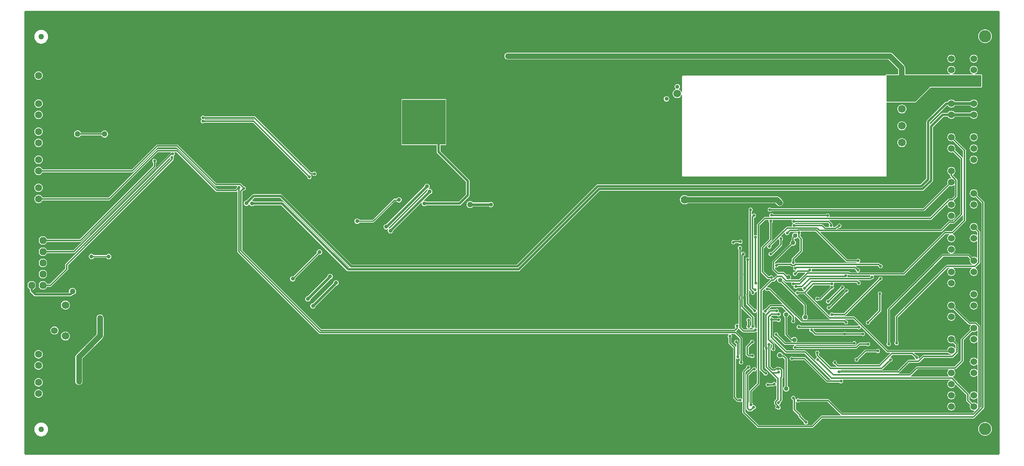
<source format=gbr>
%FSTAX23Y23*%
%MOIN*%
%SFA1B1*%

%IPPOS*%
%AMD38*
4,1,8,-0.031000,-0.012900,-0.012900,-0.031000,0.012900,-0.031000,0.031000,-0.012900,0.031000,0.012900,0.012900,0.031000,-0.012900,0.031000,-0.031000,0.012900,-0.031000,-0.012900,0.0*
%
%ADD26C,0.024000*%
%ADD27C,0.012000*%
%ADD28C,0.020000*%
%ADD29C,0.050000*%
%ADD30C,0.051180*%
%ADD31C,0.010000*%
%ADD32C,0.025000*%
%ADD33C,0.106300*%
%ADD34C,0.067870*%
%ADD35C,0.060000*%
%ADD36C,0.110240*%
%ADD37C,0.062990*%
G04~CAMADD=38~4~0.0~0.0~620.0~620.0~0.0~181.6~0~0.0~0.0~0.0~0.0~0~0.0~0.0~0.0~0.0~0~0.0~0.0~0.0~135.0~620.0~620.0*
%ADD38D38*%
%ADD39C,0.066930*%
%ADD40C,0.050000*%
%ADD41C,0.035430*%
%ADD42C,0.025000*%
%ADD43C,0.036000*%
%ADD44C,0.040000*%
%ADD45C,0.070000*%
%LNeurocard_vme_3u_(3.937_x_8.660_inches)-1*%
%LPD*%
G36*
X1266Y06D02*
X04D01*
Y09937*
X1266*
Y06*
G37*
%LNeurocard_vme_3u_(3.937_x_8.660_inches)-2*%
%LPC*%
G36*
X1254Y09783D02*
X12528Y09782D01*
X12516Y09778*
X12505Y09772*
X12496Y09765*
X12489Y09756*
X12483Y09745*
X12479Y09733*
X12478Y09722*
X12479Y0971*
X12483Y09698*
X12489Y09687*
X12496Y09678*
X12505Y09671*
X12516Y09665*
X12528Y09661*
X1254Y0966*
X12551Y09661*
X12563Y09665*
X12574Y09671*
X12583Y09678*
X1259Y09687*
X12596Y09698*
X126Y0971*
X12601Y09722*
X126Y09733*
X12596Y09745*
X1259Y09756*
X12583Y09765*
X12574Y09772*
X12563Y09778*
X12551Y09782*
X1254Y09783*
G37*
G36*
X0414Y09778D02*
X04128Y09777D01*
X04116Y09773*
X04106Y09767*
X04096Y0976*
X04089Y09751*
X04083Y0974*
X04079Y09728*
X04078Y09717*
X04079Y09705*
X04083Y09693*
X04089Y09683*
X04096Y09673*
X04106Y09666*
X04116Y0966*
X04128Y09656*
X0414Y09655*
X04151Y09656*
X04163Y0966*
X04174Y09666*
X04183Y09673*
X0419Y09683*
X04196Y09693*
X042Y09705*
X04201Y09717*
X042Y09728*
X04196Y0974*
X0419Y09751*
X04183Y0976*
X04174Y09767*
X04163Y09773*
X04151Y09777*
X0414Y09778*
G37*
G36*
X1244Y09558D02*
X1243Y09556D01*
X12421Y09553*
X12414Y09547*
X12408Y0954*
X12405Y09531*
X12403Y09522*
X12405Y09512*
X12408Y09503*
X12414Y09496*
X12421Y0949*
X1243Y09487*
X1244Y09485*
X12449Y09487*
X12458Y0949*
X12465Y09496*
X12471Y09503*
X12474Y09512*
X12476Y09522*
X12474Y09531*
X12471Y0954*
X12465Y09547*
X12458Y09553*
X12449Y09556*
X1244Y09558*
G37*
G36*
X1224D02*
X1223Y09556D01*
X12221Y09553*
X12214Y09547*
X12208Y0954*
X12205Y09531*
X12203Y09522*
X12205Y09512*
X12208Y09503*
X12214Y09496*
X12221Y0949*
X1223Y09487*
X1224Y09485*
X12249Y09487*
X12258Y0949*
X12265Y09496*
X12271Y09503*
X12274Y09512*
X12276Y09522*
X12274Y09531*
X12271Y0954*
X12265Y09547*
X12258Y09553*
X12249Y09556*
X1224Y09558*
G37*
G36*
X11693Y09576D02*
X08294D01*
X08285Y09575*
X08278Y09572*
X08271Y09567*
X08266Y0956*
X08263Y09553*
X08262Y09545*
X08263Y09536*
X08266Y09529*
X08271Y09522*
X08278Y09517*
X08285Y09514*
X08294Y09513*
X11679*
X11765Y09427*
Y09382*
X11663*
X11662Y09382*
X11662Y09382*
X1166Y09381*
X11658Y0938*
X11658Y0938*
X11658Y09379*
X11654Y09374*
X11654Y09374*
X11654Y09373*
X11653Y09371*
X11653Y0937*
X09851*
X09846Y09368*
X09844Y09363*
Y09213*
X09839Y09213*
X09838Y0922*
X09834Y0923*
X09828Y09238*
X0982Y09245*
X09815Y09247*
X09814Y09252*
X09818Y09254*
X09823Y09262*
X09825Y09272*
X09823Y09281*
X09818Y09289*
X0981Y09294*
X09801Y09296*
X09791Y09294*
X09783Y09289*
X09778Y09281*
X09776Y09272*
X09778Y09262*
X09783Y09254*
X09786Y09253*
X09785Y09247*
X09779Y09245*
X09771Y09238*
X09765Y0923*
X09761Y0922*
X09759Y0921*
X09761Y092*
X09765Y0919*
X09771Y09181*
X09779Y09175*
X09789Y09171*
X098Y0917*
X0981Y09171*
X0982Y09175*
X09828Y09181*
X09834Y0919*
X09838Y092*
X09839Y09207*
X09844Y09207*
Y08478*
X09846Y08473*
X09851Y08471*
X11658*
X11662Y08473*
X11664Y08478*
Y09131*
X11918*
X11922Y09133*
X12046Y09257*
X12052Y09263*
X12507*
X12511Y09265*
X12513Y0927*
Y09375*
X12512Y09376*
Y09378*
X12512Y09378*
X12511Y0938*
X1251Y0938*
X12509Y09381*
X12508Y09381*
X12507Y09381*
X12506Y09382*
X1245*
X12449Y09387*
X12458Y0939*
X12465Y09396*
X12471Y09403*
X12474Y09412*
X12476Y09422*
X12474Y09431*
X12471Y0944*
X12465Y09447*
X12458Y09453*
X12449Y09456*
X1244Y09458*
X1243Y09456*
X12421Y09453*
X12414Y09447*
X12408Y0944*
X12405Y09431*
X12403Y09422*
X12405Y09412*
X12408Y09403*
X12414Y09396*
X12421Y0939*
X1243Y09387*
X12429Y09382*
X1225*
X12249Y09387*
X12258Y0939*
X12265Y09396*
X12271Y09403*
X12274Y09412*
X12276Y09422*
X12274Y09431*
X12271Y0944*
X12265Y09447*
X12258Y09453*
X12249Y09456*
X1224Y09458*
X1223Y09456*
X12221Y09453*
X12214Y09447*
X12208Y0944*
X12205Y09431*
X12203Y09422*
X12205Y09412*
X12208Y09403*
X12214Y09396*
X12221Y0939*
X1223Y09387*
X12229Y09382*
X11828*
Y09441*
X11827Y09449*
X11824Y09456*
X11819Y09463*
X11715Y09567*
X11708Y09572*
X11701Y09575*
X11693Y09576*
G37*
G36*
X04116Y09409D02*
X04106Y09408D01*
X04097Y09404*
X04089Y09398*
X04083Y0939*
X04079Y09381*
X04078Y09372*
X04079Y09362*
X04083Y09353*
X04089Y09345*
X04097Y09339*
X04106Y09335*
X04116Y09334*
X04125Y09335*
X04134Y09339*
X04142Y09345*
X04148Y09353*
X04152Y09362*
X04153Y09372*
X04152Y09381*
X04148Y0939*
X04142Y09398*
X04134Y09404*
X04125Y09408*
X04116Y09409*
G37*
G36*
X1244Y09158D02*
X1243Y09156D01*
X12421Y09153*
X12414Y09147*
X12409Y0914*
X1227*
X12265Y09147*
X12258Y09153*
X12249Y09156*
X1224Y09158*
X1223Y09156*
X12221Y09153*
X12214Y09147*
X12208Y0914*
X12207Y09138*
X12195*
X12189Y09136*
X12183Y09133*
X12022Y08972*
X12019Y08966*
X12017Y0896*
Y08453*
X11966Y08402*
X09094*
X09088Y084*
X09082Y08397*
X08371Y07686*
X06906*
X06283Y08309*
X06278Y08312*
X06272Y08314*
X06031*
X06024Y08312*
X06019Y08309*
X05967Y08257*
X05967Y08258*
X05957Y08256*
X05949Y08251*
X05944Y08243*
X05942Y08234*
X05944Y08224*
X05949Y08216*
X05957Y08211*
X05967Y08209*
X05976Y08211*
X05984Y08216*
X05989Y08224*
Y08224*
X05994*
X05994Y08222*
X05999Y08214*
X06007Y08209*
X06017Y08207*
X06026Y08209*
X06034Y08214*
X06034Y08215*
X06277*
X0686Y07632*
X06865Y07629*
X06872Y07627*
X08389*
X08395Y07629*
X084Y07632*
X09111Y08343*
X11984*
X1199Y08345*
X11995Y08348*
X12071Y08424*
X12074Y08429*
X12076Y08436*
Y08912*
X12169Y09005*
X12207*
X12208Y09003*
X12214Y08996*
X12221Y0899*
X1223Y08987*
X1224Y08985*
X12249Y08987*
X12258Y0899*
X12265Y08996*
X1227Y09003*
X12409*
X12414Y08996*
X12421Y0899*
X1243Y08987*
X1244Y08985*
X12449Y08987*
X12458Y0899*
X12465Y08996*
X12471Y09003*
X12474Y09012*
X12476Y09022*
X12474Y09031*
X12471Y0904*
X12465Y09047*
X12458Y09053*
X12449Y09056*
X1244Y09058*
X1243Y09056*
X12421Y09053*
X12414Y09047*
X12409Y0904*
X1227*
X12265Y09047*
X12258Y09053*
X12249Y09056*
X1224Y09058*
X1223Y09056*
X12221Y09053*
X12214Y09047*
X12208Y0904*
X12207Y09038*
X12163*
X12156Y09036*
X12151Y09033*
X12054Y08936*
X1205Y08938*
Y08953*
X12202Y09105*
X12207*
X12208Y09103*
X12214Y09096*
X12221Y0909*
X1223Y09087*
X1224Y09085*
X12249Y09087*
X12258Y0909*
X12265Y09096*
X1227Y09103*
X12409*
X12414Y09096*
X12421Y0909*
X1243Y09087*
X1244Y09085*
X12449Y09087*
X12458Y0909*
X12465Y09096*
X12471Y09103*
X12474Y09112*
X12476Y09122*
X12474Y09131*
X12471Y0914*
X12465Y09147*
X12458Y09153*
X12449Y09156*
X1244Y09158*
G37*
G36*
X09705Y09188D02*
X09695Y09186D01*
X09687Y09181*
X09682Y09173*
X0968Y09164*
X09682Y09154*
X09687Y09146*
X09695Y09141*
X09705Y09139*
X09714Y09141*
X09722Y09146*
X09727Y09154*
X09729Y09164*
X09727Y09173*
X09722Y09181*
X09714Y09186*
X09705Y09188*
G37*
G36*
X04116Y09159D02*
X04106Y09158D01*
X04097Y09154*
X04089Y09148*
X04083Y0914*
X04079Y09131*
X04078Y09122*
X04079Y09112*
X04083Y09103*
X04089Y09095*
X04097Y09089*
X04106Y09085*
X04116Y09084*
X04125Y09085*
X04134Y09089*
X04142Y09095*
X04148Y09103*
X04152Y09112*
X04153Y09122*
X04152Y09131*
X04148Y0914*
X04142Y09148*
X04134Y09154*
X04125Y09158*
X04116Y09159*
G37*
G36*
X118Y09113D02*
X11789Y09112D01*
X11779Y09108*
X11771Y09102*
X11765Y09093*
X11761Y09084*
X11759Y09073*
X11761Y09063*
X11765Y09053*
X11771Y09045*
X11779Y09038*
X11789Y09034*
X118Y09033*
X1181Y09034*
X1182Y09038*
X11828Y09045*
X11834Y09053*
X11838Y09063*
X1184Y09073*
X11838Y09084*
X11834Y09093*
X11828Y09102*
X1182Y09108*
X1181Y09112*
X118Y09113*
G37*
G36*
X04116Y09059D02*
X04106Y09058D01*
X04097Y09054*
X04089Y09048*
X04083Y0904*
X04079Y09031*
X04078Y09022*
X04079Y09012*
X04083Y09003*
X04089Y08995*
X04097Y08989*
X04106Y08985*
X04116Y08984*
X04125Y08985*
X04134Y08989*
X04142Y08995*
X04148Y09003*
X04152Y09012*
X04153Y09022*
X04152Y09031*
X04148Y0904*
X04142Y09048*
X04134Y09054*
X04125Y09058*
X04116Y09059*
G37*
G36*
X118Y08963D02*
X11789Y08962D01*
X11779Y08958*
X11771Y08952*
X11765Y08943*
X11761Y08934*
X11759Y08923*
X11761Y08913*
X11765Y08903*
X11771Y08895*
X11779Y08888*
X11789Y08884*
X118Y08883*
X1181Y08884*
X1182Y08888*
X11828Y08895*
X11834Y08903*
X11838Y08913*
X1184Y08923*
X11838Y08934*
X11834Y08943*
X11828Y08952*
X1182Y08958*
X1181Y08962*
X118Y08963*
G37*
G36*
X04116Y08909D02*
X04106Y08908D01*
X04097Y08904*
X04089Y08898*
X04083Y0889*
X04079Y08881*
X04078Y08872*
X04079Y08862*
X04083Y08853*
X04089Y08845*
X04097Y08839*
X04106Y08835*
X04116Y08834*
X04125Y08835*
X04134Y08839*
X04142Y08845*
X04148Y08853*
X04152Y08862*
X04153Y08872*
X04152Y08881*
X04148Y0889*
X04142Y08898*
X04134Y08904*
X04125Y08908*
X04116Y08909*
G37*
G36*
X04464Y08883D02*
X04455Y08882D01*
X04448Y08879*
X04441Y08874*
X04437Y08867*
X04433Y0886*
X04432Y08852*
X04433Y08843*
X04437Y08836*
X04441Y08829*
X04448Y08825*
X04455Y08821*
X04464Y0882*
X04472Y08821*
X04479Y08825*
X04486Y08829*
X04491Y08836*
X04491Y08837*
X04675*
X04677Y08834*
X04681Y08827*
X04688Y08823*
X04695Y08819*
X04704Y08818*
X04712Y08819*
X04719Y08823*
X04726Y08827*
X04731Y08834*
X04734Y08841*
X04735Y0885*
X04734Y08858*
X04731Y08865*
X04726Y08872*
X04719Y08877*
X04712Y0888*
X04704Y08881*
X04695Y0888*
X04688Y08877*
X04681Y08872*
X04677Y08865*
X04675Y08862*
X04493*
X04491Y08867*
X04486Y08874*
X04479Y08879*
X04472Y08882*
X04464Y08883*
G37*
G36*
X1244Y08858D02*
X1243Y08856D01*
X12421Y08853*
X12414Y08847*
X12408Y0884*
X12405Y08831*
X12403Y08822*
X12405Y08812*
X12408Y08803*
X12414Y08796*
X12421Y0879*
X1243Y08787*
X1244Y08785*
X12449Y08787*
X12458Y0879*
X12465Y08796*
X12471Y08803*
X12474Y08812*
X12476Y08822*
X12474Y08831*
X12471Y0884*
X12465Y08847*
X12458Y08853*
X12449Y08856*
X1244Y08858*
G37*
G36*
X04116Y08809D02*
X04106Y08808D01*
X04097Y08804*
X04089Y08798*
X04083Y0879*
X04079Y08781*
X04078Y08772*
X04079Y08762*
X04083Y08753*
X04089Y08745*
X04097Y08739*
X04106Y08735*
X04116Y08734*
X04125Y08735*
X04134Y08739*
X04142Y08745*
X04148Y08753*
X04152Y08762*
X04153Y08772*
X04152Y08781*
X04148Y0879*
X04142Y08798*
X04134Y08804*
X04125Y08808*
X04116Y08809*
G37*
G36*
X118Y08813D02*
X11789Y08812D01*
X11779Y08808*
X11771Y08802*
X11765Y08793*
X11761Y08784*
X11759Y08773*
X11761Y08763*
X11765Y08753*
X11771Y08745*
X11779Y08738*
X11789Y08734*
X118Y08733*
X1181Y08734*
X1182Y08738*
X11828Y08745*
X11834Y08753*
X11838Y08763*
X1184Y08773*
X11838Y08784*
X11834Y08793*
X11828Y08802*
X1182Y08808*
X1181Y08812*
X118Y08813*
G37*
G36*
X1244Y08758D02*
X1243Y08756D01*
X12421Y08753*
X12414Y08747*
X12408Y0874*
X12405Y08731*
X12403Y08722*
X12405Y08712*
X12408Y08703*
X12414Y08696*
X12421Y0869*
X1243Y08687*
X1244Y08685*
X12449Y08687*
X12458Y0869*
X12465Y08696*
X12471Y08703*
X12474Y08712*
X12476Y08722*
X12474Y08731*
X12471Y0874*
X12465Y08747*
X12458Y08753*
X12449Y08756*
X1244Y08758*
G37*
G36*
X1224Y08858D02*
X1223Y08856D01*
X12221Y08853*
X12214Y08847*
X12208Y0884*
X12205Y08831*
X12203Y08822*
X12205Y08812*
X12208Y08803*
X12214Y08796*
X12221Y0879*
X1223Y08787*
X1224Y08785*
X12249Y08787*
X12255Y08789*
X12343Y087*
Y08642*
X12341Y0864*
X12338Y0864*
X12272Y08706*
X12274Y08712*
X12276Y08722*
X12274Y08731*
X12271Y0874*
X12265Y08747*
X12258Y08753*
X12249Y08756*
X1224Y08758*
X1223Y08756*
X12221Y08753*
X12214Y08747*
X12208Y0874*
X12205Y08731*
X12203Y08722*
X12205Y08712*
X12208Y08703*
X12214Y08696*
X12221Y0869*
X1223Y08687*
X1224Y08685*
X12249Y08687*
X12255Y08689*
X12318Y08625*
Y0814*
X12254Y08076*
X12222*
X12218Y08075*
X12214Y08072*
X12143Y08002*
X11226*
X11224Y08006*
X11228Y0801*
X11233*
X11238Y08011*
X11242Y08014*
X11242Y08014*
X11244Y08014*
X11251Y08015*
X11257Y08019*
X11261Y08025*
X11262Y08033*
X11261Y0804*
X11257Y08046*
X11251Y0805*
X11244Y08051*
X11236Y0805*
X1123Y08046*
X11226Y0804*
X11226Y08038*
X11223Y08035*
X11219Y08034*
X11215Y08031*
X11204Y0802*
X11188*
X11185Y08025*
X11186Y08025*
X11187Y08033*
X11186Y0804*
X11182Y08046*
X11181Y08047*
Y08049*
X1118Y08053*
X11177Y08057*
X11154Y0808*
X11154Y0808*
X11155Y08085*
X12056*
X12061Y08086*
X12065Y08089*
X12199Y08223*
X12203Y0822*
X12205Y08212*
X12208Y08203*
X12214Y08196*
X12221Y0819*
X1223Y08187*
X1224Y08185*
X12249Y08187*
X12258Y0819*
X12265Y08196*
X12271Y08203*
X12274Y08212*
X12276Y08222*
X12274Y08231*
X12271Y0824*
X12265Y08247*
X1226Y08251*
X1226Y08251*
X12259Y08257*
X1226Y08257*
X1229Y08288*
X12293Y08292*
X12294Y08296*
Y08439*
X12293Y08444*
X1229Y08447*
X12254Y08483*
X12255Y08489*
X12258Y0849*
X12265Y08496*
X12271Y08503*
X12274Y08512*
X12276Y08522*
X12274Y08531*
X12271Y0854*
X12265Y08547*
X12258Y08553*
X12249Y08556*
X1224Y08558*
X1223Y08556*
X12221Y08553*
X12214Y08547*
X12208Y0854*
X12205Y08531*
X12203Y08522*
X12205Y08512*
X12208Y08503*
X12214Y08496*
X12221Y0849*
X12227Y08488*
Y08481*
X12228Y08476*
X12231Y08472*
X12241Y08462*
X12238Y08458*
X1223Y08456*
X12221Y08453*
X12214Y08447*
X12208Y0844*
X12205Y08431*
X12203Y08422*
X12205Y08412*
X12207Y08406*
X11988Y08188*
X10638*
X10637Y08189*
X10631Y08193*
X10624Y08194*
X10616Y08193*
X1061Y08189*
X10606Y08183*
X10605Y08176*
X10606Y08168*
X1061Y08162*
X10616Y08158*
X10624Y08157*
X10631Y08158*
X10637Y08162*
X10638Y08163*
X11994*
X11998Y08164*
X12002Y08167*
X12224Y08389*
X1223Y08387*
X1224Y08385*
X12249Y08387*
X12258Y0839*
X12264Y08395*
X12269Y08394*
Y08301*
X12243Y08276*
X12222*
X12218Y08275*
X12214Y08272*
X12051Y0811*
X11156*
X11154Y08114*
X11155Y08115*
X11156Y08123*
X11155Y0813*
X11151Y08136*
X11145Y0814*
X11138Y08141*
X1113Y0814*
X11124Y08136*
X11123Y08135*
X10655*
X10652Y0814*
X10646Y08144*
X10639Y08145*
X10631Y08144*
X10625Y0814*
X10621Y08134*
X1062Y08127*
X10621Y08119*
X10624Y08115*
X10622Y0811*
X10579*
X10574Y08109*
X1057Y08106*
X10513Y08049*
X1051Y08045*
X10509Y08041*
Y07949*
X10504Y07947*
X10503Y07948*
X10496Y07949*
X10488Y07948*
X10487Y07947*
X10483Y07949*
Y08105*
X1049Y08106*
X10496Y0811*
X105Y08116*
X10501Y08124*
X105Y08131*
X10496Y08137*
X1049Y08141*
X10483Y08142*
X10475Y08141*
X10469Y08137*
X10467Y08133*
X10462Y08134*
Y08159*
X10467Y08162*
X10471Y08168*
X10472Y08176*
X10471Y08183*
X10467Y08189*
X10461Y08193*
X10454Y08194*
X10446Y08193*
X1044Y08189*
X10436Y08183*
X10435Y08176*
X10436Y08168*
X10437Y08167*
Y0775*
X10432Y07747*
X10427Y07748*
X10419Y07747*
X10413Y07743*
X10409Y07737*
X10408Y0773*
X10409Y07722*
X10413Y07716*
X10413Y07716*
Y0743*
X10412Y07428*
X10411Y07424*
Y07403*
X10412Y07399*
X10413Y07397*
Y07337*
X10414Y07332*
X10417Y07328*
X1047Y07275*
X1047Y07274*
X10471Y07266*
X10475Y0726*
X10481Y07256*
X10489Y07255*
X10496Y07256*
X10502Y0726*
X10505Y07265*
X1051Y07263*
Y07123*
X10505Y07121*
X10504Y07122*
X10497Y07123*
X10494Y07123*
X10491Y07127*
X10491Y07127*
X10492Y07135*
X10491Y07142*
X10487Y07148*
X10486Y07149*
Y07216*
X10485Y0722*
X10482Y07224*
X10388Y07319*
Y07381*
X10387Y07383*
Y074*
X10388Y07402*
Y07763*
X10395Y07764*
X10401Y07768*
X10405Y07774*
X10406Y07782*
X10405Y07789*
X10401Y07795*
X10395Y07799*
X10388Y078*
X1038Y07799*
X10375Y07795*
X10372Y07796*
X1037Y07797*
Y07821*
X10372Y07822*
X10376Y07828*
X10377Y07836*
X10376Y07843*
X10372Y07849*
X10366Y07853*
X10359Y07854*
X10351Y07853*
X10345Y07849*
X10341Y07843*
X1034Y07836*
X10341Y07828*
X10345Y07822*
X10345Y07822*
Y07411*
X10345Y07409*
Y07409*
Y07374*
Y07374*
X10345Y07372*
Y07158*
X1034Y07156*
X10339Y07157*
X10332Y07158*
X10324Y07157*
X10318Y07153*
X10314Y07147*
X10313Y0714*
X10314Y07132*
X10318Y07126*
X10318Y07121*
X10306Y0711*
X06633*
X05928Y07815*
Y08334*
X0594Y08347*
X05942Y08347*
X05949Y08348*
X05955Y08352*
X05959Y08358*
X0596Y08366*
X05959Y08373*
X05955Y08379*
X05949Y08383*
X05944Y08384*
X05919Y08408*
X05915Y08411*
X05911Y08412*
X05698*
X05358Y08752*
X05354Y08755*
X0535Y08756*
X05173*
X05168Y08755*
X05164Y08752*
X04945Y08534*
X04151*
X04148Y0854*
X04142Y08548*
X04134Y08554*
X04125Y08558*
X04116Y08559*
X04106Y08558*
X04097Y08554*
X04089Y08548*
X04083Y0854*
X04079Y08531*
X04078Y08522*
X04079Y08512*
X04083Y08503*
X04089Y08495*
X04097Y08489*
X04106Y08485*
X04116Y08484*
X04125Y08485*
X04134Y08489*
X04142Y08495*
X04148Y08503*
X04151Y08509*
X04951*
X04955Y0851*
X04959Y08513*
X05178Y08731*
X05344*
X05685Y08391*
X05688Y08389*
X05693Y08388*
X05881*
X05884Y08383*
X05883Y08383*
X05882Y08376*
X05882Y08374*
X05866Y08359*
X05708*
X05357Y08709*
X05353Y08712*
X05349Y08713*
X05175*
X0517Y08712*
X05166Y08709*
X0474Y08284*
X04151*
X04148Y0829*
X04142Y08298*
X04134Y08304*
X04125Y08308*
X04116Y08309*
X04106Y08308*
X04097Y08304*
X04089Y08298*
X04083Y0829*
X04079Y08281*
X04078Y08272*
X04079Y08262*
X04083Y08253*
X04089Y08245*
X04097Y08239*
X04106Y08235*
X04116Y08234*
X04125Y08235*
X04134Y08239*
X04142Y08245*
X04148Y08253*
X04151Y08259*
X04746*
X0475Y0826*
X04754Y08263*
X0518Y08688*
X05292*
X05295Y08683*
X05294Y08682*
X05292Y08681*
X04425Y07814*
X04191*
Y0782*
X04173Y07838*
X04136*
X04118Y0782*
Y07783*
X04136Y07765*
X04173*
X04191Y07783*
Y07789*
X0443*
X04435Y0779*
X04439Y07793*
X05281Y08636*
X05286Y08634*
X05286Y08633*
X0529Y08627*
X0529Y08626*
X04357Y07693*
X04354Y07689*
X04353Y07685*
Y0765*
X04217Y07514*
X04191*
Y0752*
X04173Y07538*
X04136*
X04118Y0752*
Y07483*
X04136Y07465*
X04173*
X04191Y07483*
Y07489*
X04223*
X04227Y0749*
X04231Y07493*
X04374Y07636*
X04377Y0764*
X04378Y07645*
Y07679*
X05312Y08614*
X05315Y08618*
X05316Y08623*
Y08626*
X05317Y08627*
X05321Y08633*
X05322Y08641*
X05321Y08648*
X05319Y08651*
X05317Y08654*
X0532Y08657*
X05323Y08659*
X05327Y08665*
X05328Y08673*
X05327Y0868*
X05324Y08683*
X05327Y08688*
X05343*
X05694Y08338*
X05698Y08335*
X05703Y08334*
X05872*
X05876Y08335*
X0588Y08338*
X05881Y08339*
X05885Y08337*
Y07802*
X05886Y07797*
X05889Y07794*
X06612Y07071*
X06616Y07068*
X0662Y07067*
X10255*
X10256Y07062*
X10255Y07062*
X10251Y07056*
X1025Y07049*
X10251Y07041*
X10255Y07035*
X10256Y07034*
Y06989*
X10257Y06984*
X1026Y0698*
X10298Y06941*
Y06503*
X10299Y06498*
X10302Y06494*
X10326Y0647*
X1033Y06467*
X10334Y06466*
X10347*
X10347Y06465*
X10353Y06461*
X10361Y0646*
X10368Y06461*
X10374Y06465*
X10376Y06469*
X10381Y06468*
Y06369*
X10382Y06364*
X10385Y0636*
X1051Y06235*
X10514Y06232*
X10519Y06231*
X11002*
X11006Y06232*
X1101Y06235*
X11091Y06315*
X12435*
X12439Y06316*
X12443Y06319*
X1245Y06325*
X12451Y06326*
X12529Y06405*
X12532Y06409*
X12533Y06413*
Y08241*
X12532Y08245*
X12529Y08249*
X12472Y08306*
X12474Y08312*
X12476Y08322*
X12474Y08331*
X12471Y0834*
X12465Y08347*
X12458Y08353*
X12449Y08356*
X1244Y08358*
X1243Y08356*
X12421Y08353*
X12414Y08347*
X12408Y0834*
X12405Y08331*
X12403Y08322*
X12405Y08312*
X12408Y08303*
X12414Y08296*
X12421Y0829*
X1243Y08287*
X1244Y08285*
X12449Y08287*
X12455Y08289*
X12508Y08235*
Y06418*
X12501Y06411*
X12497Y06413*
Y07136*
X12496Y0714*
X12493Y07144*
X12465Y07172*
X12462Y07175*
X12457Y07176*
X12403*
X12272Y07306*
X12274Y07312*
X12276Y07322*
X12274Y07331*
X12271Y0734*
X12265Y07347*
X12258Y07353*
X12249Y07356*
X1224Y07358*
X1223Y07356*
X12221Y07353*
X12214Y07347*
X12208Y0734*
X12205Y07331*
X12203Y07322*
X12205Y07312*
X12208Y07303*
X12214Y07296*
X12221Y0729*
X1223Y07287*
X1224Y07285*
X12249Y07287*
X12255Y07289*
X12389Y07155*
X12393Y07152*
X12398Y07151*
X12398*
X12412*
X12413Y07146*
X12408Y0714*
X12405Y07131*
X12403Y07122*
X12405Y07112*
X12407Y07106*
X12327Y07026*
X12324Y07022*
X12323Y07018*
Y06833*
X12268Y06778*
X11934*
X11929Y06777*
X11925Y06774*
X11865Y06715*
X11774*
X11773Y0672*
X11773Y0672*
X11866Y06812*
X11947*
X11951Y06813*
X11955Y06816*
X11995Y06855*
X1225*
X12254Y06856*
X12258Y06859*
X12297Y06898*
X123Y06902*
X12301Y06907*
Y06973*
X123Y06977*
X12297Y06981*
X12272Y07006*
X12274Y07012*
X12276Y07022*
X12274Y07031*
X12271Y0704*
X12265Y07047*
X12258Y07053*
X12249Y07056*
X1224Y07058*
X1223Y07056*
X12221Y07053*
X12214Y07047*
X12208Y0704*
X12205Y07031*
X12203Y07022*
X12205Y07012*
X12208Y07003*
X12214Y06996*
X12221Y0699*
X1223Y06987*
X1224Y06985*
X12249Y06987*
X12255Y06989*
X12276Y06967*
Y06939*
X12271Y06938*
X12271Y0694*
X12265Y06947*
X12258Y06953*
X12249Y06956*
X1224Y06958*
X1223Y06956*
X12221Y06953*
X12214Y06947*
X12208Y0694*
X12205Y06931*
X12204Y06926*
X11676*
X11381Y0722*
X11377Y07223*
X11373Y07224*
X11196*
X11193Y07229*
X11193Y07229*
X11194Y07229*
X1129*
X11294Y0723*
X11298Y07233*
X11607Y07542*
X11609Y07542*
X11616Y07543*
X11622Y07547*
X11626Y07553*
X11627Y07561*
X11626Y07568*
X11622Y07574*
X11616Y07578*
X11609Y07579*
X11601Y07578*
X11595Y07574*
X11591Y07568*
X1159Y07561*
X1159Y07559*
X11284Y07254*
X1119*
X11189Y07255*
X11183Y07259*
X11176Y0726*
X11168Y07259*
X11162Y07255*
X11158Y07249*
X11157Y07242*
X11158Y07234*
X11159Y07234*
X11155Y0723*
X1095Y07436*
X11016Y07501*
X1116*
X11163Y07496*
X11163Y07495*
X11159Y0749*
X11158Y07483*
X11158Y07481*
X11068Y07392*
X11061*
X1106Y07393*
X11054Y07397*
X11047Y07398*
X11039Y07397*
X11033Y07393*
X11029Y07387*
X11028Y0738*
X11029Y07372*
X11033Y07366*
X11039Y07362*
X11047Y07361*
X11054Y07362*
X1106Y07366*
X11061Y07367*
X11074*
X11078Y07368*
X11082Y07371*
X11175Y07464*
X11177Y07464*
X11184Y07465*
X1119Y07469*
X11194Y07475*
X11195Y07483*
X11194Y0749*
X1119Y07495*
X1119Y07498*
X1119Y07501*
X11194Y07506*
X11195Y07514*
X11194Y07521*
X11193Y07522*
X11195Y07526*
X11393*
X11397Y07523*
X11397Y07522*
X11398Y07514*
X11402Y07508*
X11408Y07504*
X11416Y07503*
X11423Y07504*
X11429Y07508*
X11433Y07514*
X11434Y07522*
X11433Y07529*
X11429Y07535*
X11423Y07539*
X11416Y0754*
X11414Y0754*
X1141Y07544*
X11412Y07549*
X1152*
X11524Y0755*
X11528Y07553*
X11531Y07556*
X11533Y07556*
X1154Y07557*
X11546Y07561*
X1155Y07567*
X11551Y07575*
X1155Y07582*
X11547Y07585*
X1155Y0759*
X11816*
X1182Y07591*
X11824Y07594*
X12189Y07958*
X12222*
X12223Y07953*
X12221Y07953*
X12214Y07947*
X12208Y0794*
X12205Y07931*
X12203Y07922*
X12205Y07912*
X12208Y07903*
X12214Y07896*
X12221Y0789*
X1223Y07887*
X1224Y07885*
X12249Y07887*
X12258Y0789*
X12265Y07896*
X12271Y07903*
X12274Y07912*
X12276Y07922*
X12274Y07931*
X12271Y0794*
X12265Y07947*
X12258Y07953*
X12254Y07955*
X12253Y07956*
X12253Y0796*
X12256Y07962*
X12364Y0807*
X12367Y08074*
X12368Y08078*
Y08706*
X12367Y0871*
X12364Y08714*
X12272Y08806*
X12274Y08812*
X12276Y08822*
X12274Y08831*
X12271Y0884*
X12265Y08847*
X12258Y08853*
X12249Y08856*
X1224Y08858*
G37*
G36*
X1244Y08658D02*
X1243Y08656D01*
X12421Y08653*
X12414Y08647*
X12408Y0864*
X12405Y08631*
X12403Y08622*
X12405Y08612*
X12408Y08603*
X12414Y08596*
X12421Y0859*
X1243Y08587*
X1244Y08585*
X12449Y08587*
X12458Y0859*
X12465Y08596*
X12471Y08603*
X12474Y08612*
X12476Y08622*
X12474Y08631*
X12471Y0864*
X12465Y08647*
X12458Y08653*
X12449Y08656*
X1244Y08658*
G37*
G36*
X04116Y08659D02*
X04106Y08658D01*
X04097Y08654*
X04089Y08648*
X04083Y0864*
X04079Y08631*
X04078Y08622*
X04079Y08612*
X04083Y08603*
X04089Y08595*
X04097Y08589*
X04106Y08585*
X04116Y08584*
X04125Y08585*
X04134Y08589*
X04142Y08595*
X04148Y08603*
X04152Y08612*
X04153Y08622*
X04152Y08631*
X04148Y0864*
X04142Y08648*
X04134Y08654*
X04125Y08658*
X04116Y08659*
G37*
G36*
X05579Y09015D02*
X05572Y09013D01*
X05566Y09009*
X05562Y09003*
X0556Y08996*
X05562Y08989*
X05566Y08983*
Y08978*
X05565Y08978*
X05561Y08972*
X0556Y08965*
X05561Y08957*
X05565Y08951*
X05571Y08947*
X05579Y08946*
X05586Y08947*
X05592Y08951*
X05593Y08952*
X06023*
X06508Y08468*
X06508Y08467*
X06509Y08459*
X06513Y08453*
X06519Y08449*
X06527Y08448*
X06534Y08449*
X0654Y08453*
X06544Y08459*
X06545Y08467*
X06544Y08474*
X06541Y08478*
X06543Y08483*
X06543Y08483*
X06557*
X06558Y08482*
X06564Y08478*
X06572Y08477*
X06579Y08478*
X06585Y08482*
X06589Y08488*
X0659Y08496*
X06589Y08503*
X06585Y08509*
X06579Y08513*
X06572Y08514*
X06564Y08513*
X06558Y08509*
X06557Y08508*
X06543*
X06046Y09005*
X06042Y09007*
X06037Y09008*
X05593*
X05592Y09009*
X05586Y09013*
X05579Y09015*
G37*
G36*
X04116Y08409D02*
X04106Y08408D01*
X04097Y08404*
X04089Y08398*
X04083Y0839*
X04079Y08381*
X04078Y08372*
X04079Y08362*
X04083Y08353*
X04089Y08345*
X04097Y08339*
X04106Y08335*
X04116Y08334*
X04125Y08335*
X04134Y08339*
X04142Y08345*
X04148Y08353*
X04152Y08362*
X04153Y08372*
X04152Y08381*
X04148Y0839*
X04142Y08398*
X04134Y08404*
X04125Y08408*
X04116Y08409*
G37*
G36*
X07324Y08287D02*
X07315Y08285D01*
X07307Y0828*
X07302Y08273*
X07282*
X07277Y08272*
X07274Y08269*
X07088Y08084*
X06972*
X06969Y0809*
X06961Y08095*
X06952Y08097*
X06942Y08095*
X06934Y0809*
X06929Y08082*
X06927Y08073*
X06929Y08063*
X06934Y08055*
X06942Y0805*
X06952Y08048*
X06961Y0805*
X06969Y08055*
X06972Y08061*
X07093*
X07097Y08062*
X071Y08065*
X07286Y0825*
X07304*
X07307Y08246*
X07315Y08241*
X07324Y08239*
X07333Y08241*
X07341Y08246*
X07346Y08254*
X07348Y08263*
X07346Y08272*
X07341Y0828*
X07333Y08285*
X07324Y08287*
G37*
G36*
X07738Y0916D02*
X07351D01*
X07347Y09158*
X07345Y09154*
Y08757*
X07347Y08752*
X07351Y0875*
X07659*
Y08692*
X07661Y08685*
X07664Y0868*
X0792Y08424*
Y08311*
X07857Y08247*
X07567*
X07567Y08248*
X07559Y08254*
X0755Y08255*
X07545Y08254*
X07543Y08259*
X07598Y08314*
X07605Y08315*
X07613Y0832*
X07618Y08328*
X0762Y08338*
X07618Y08347*
X07613Y08355*
X07605Y0836*
X07596Y08362*
X0759Y0836*
X07588Y08365*
X07589Y08366*
X07595Y08374*
X07596Y08383*
X07595Y08392*
X07589Y084*
X07581Y08406*
X07572Y08407*
X07563Y08406*
X07555Y084*
X0755Y08392*
X07549Y08385*
X07211Y08048*
X07211Y08048*
X07201Y08046*
X07193Y08041*
X07188Y08033*
X07186Y08024*
X07188Y08014*
X07193Y08006*
X07201Y08001*
X07211Y07999*
X0722Y08001*
X07223Y08004*
X07227Y08*
X07225Y07998*
X07223Y07989*
X07225Y07979*
X0723Y07971*
X07238Y07966*
X07248Y07964*
X07257Y07966*
X07265Y07971*
X0727Y07979*
X07271Y07988*
X07522Y08238*
X07527Y08236*
X07526Y08231*
X07527Y08222*
X07533Y08214*
X07541Y08209*
X0755Y08207*
X07559Y08209*
X07567Y08214*
X07567Y08215*
X07863*
X07869Y08216*
X07875Y0822*
X07948Y08293*
X07951Y08298*
X07953Y08305*
Y08431*
X07951Y08437*
X07948Y08442*
X07692Y08698*
Y0875*
X07738*
X07743Y08752*
X07744Y08757*
Y09154*
X07743Y09158*
X07738Y0916*
G37*
G36*
X09866Y08306D02*
X09855Y08304D01*
X09845Y083*
X09836Y08294*
X0983Y08285*
X09826Y08275*
X09824Y08265*
X09826Y08254*
X0983Y08244*
X09836Y08235*
X09845Y08229*
X09855Y08225*
X09866Y08223*
X09876Y08225*
X09886Y08229*
X09892Y08233*
X10673*
X10689Y08216*
X10696Y08212*
X10703Y08208*
X10712Y08207*
X1072Y08208*
X10727Y08212*
X10734Y08216*
X10739Y08223*
X10742Y0823*
X10743Y08239*
X10742Y08247*
X10739Y08254*
X10734Y08261*
X10708Y08287*
X10701Y08292*
X10694Y08295*
X10686Y08296*
X09892*
X09886Y083*
X09876Y08304*
X09866Y08306*
G37*
G36*
X07957Y08253D02*
X07948Y08252D01*
X07941Y08249*
X07934Y08244*
X0793Y08237*
X07926Y0823*
X07925Y08222*
X07926Y08213*
X0793Y08206*
X07934Y08199*
X07941Y08195*
X07948Y08191*
X07957Y0819*
X07965Y08191*
X07972Y08195*
X07979Y08199*
X07981Y08203*
X08126*
X08132Y08199*
X08142Y08197*
X08151Y08199*
X08159Y08204*
X08164Y08212*
X08166Y08222*
X08164Y08231*
X08159Y08239*
X08151Y08244*
X08142Y08246*
X08132Y08244*
X08126Y0824*
X07981*
X07979Y08244*
X07972Y08249*
X07965Y08252*
X07957Y08253*
G37*
G36*
X1244Y08258D02*
X1243Y08256D01*
X12421Y08253*
X12414Y08247*
X12408Y0824*
X12405Y08231*
X12403Y08222*
X12405Y08212*
X12408Y08203*
X12414Y08196*
X12421Y0819*
X1243Y08187*
X1244Y08185*
X12449Y08187*
X12458Y0819*
X12465Y08196*
X12471Y08203*
X12474Y08212*
X12476Y08222*
X12474Y08231*
X12471Y0824*
X12465Y08247*
X12458Y08253*
X12449Y08256*
X1244Y08258*
G37*
G36*
X1224Y08158D02*
X1223Y08156D01*
X12221Y08153*
X12214Y08147*
X12208Y0814*
X12205Y08131*
X12203Y08122*
X12205Y08112*
X12208Y08103*
X12214Y08096*
X12221Y0809*
X1223Y08087*
X1224Y08085*
X12249Y08087*
X12258Y0809*
X12265Y08096*
X12271Y08103*
X12274Y08112*
X12276Y08122*
X12274Y08131*
X12271Y0814*
X12265Y08147*
X12258Y08153*
X12249Y08156*
X1224Y08158*
G37*
G36*
X1244Y08058D02*
X1243Y08056D01*
X12421Y08053*
X12414Y08047*
X12408Y0804*
X12405Y08031*
X12403Y08022*
X12405Y08012*
X12408Y08003*
X12414Y07996*
X12421Y0799*
X1243Y07987*
X1244Y07985*
X12449Y07987*
X12455Y07989*
X1247Y07973*
Y07948*
X12466Y07946*
X12465Y07947*
X12458Y07953*
X12449Y07956*
X1244Y07958*
X1243Y07956*
X12421Y07953*
X12414Y07947*
X12408Y0794*
X12405Y07931*
X12403Y07922*
X12405Y07912*
X12408Y07903*
X12414Y07896*
X12421Y0789*
X1243Y07887*
X1244Y07885*
X12449Y07887*
X12458Y0789*
X12465Y07896*
X12466Y07897*
X1247Y07895*
Y07748*
X12466Y07746*
X12465Y07747*
X12458Y07753*
X12449Y07756*
X1244Y07758*
X1243Y07756*
X12424Y07754*
X124Y07778*
X12396Y07781*
X12392Y07782*
X1225*
X12249Y07787*
X12258Y0779*
X12265Y07796*
X12271Y07803*
X12274Y07812*
X12276Y07822*
X12274Y07831*
X12271Y0784*
X12265Y07847*
X12258Y07853*
X12249Y07856*
X1224Y07858*
X1223Y07856*
X12221Y07853*
X12214Y07847*
X12208Y0784*
X12205Y07831*
X12203Y07822*
X12205Y07812*
X12208Y07803*
X12214Y07796*
X12221Y0779*
X1223Y07787*
X12229Y07782*
X12164*
X12159Y07781*
X12155Y07778*
X11673Y07296*
X1167Y07292*
X11669Y07288*
Y06992*
X11668Y06991*
X11664Y06985*
X11663Y06978*
X11664Y0697*
X11668Y06964*
X11674Y0696*
X11682Y06959*
X11689Y0696*
X11695Y06964*
X11699Y0697*
X117Y06978*
X11699Y06985*
X11695Y06991*
X11694Y06992*
Y07282*
X12169Y07757*
X12386*
X12407Y07737*
X12405Y07731*
X12403Y07722*
X12405Y07712*
X12408Y07703*
X12414Y07696*
X12421Y0769*
X12427Y07688*
X12426Y07683*
X12201*
X12196Y07682*
X12192Y07679*
X11743Y0723*
X1174Y07226*
X11739Y07222*
Y07001*
X11738Y07*
X11734Y06994*
X11733Y06987*
X11734Y06979*
X11738Y06973*
X11744Y06969*
X11752Y06968*
X11759Y06969*
X11765Y06973*
X11769Y06979*
X1177Y06987*
X11769Y06994*
X11765Y07*
X11764Y07001*
Y07216*
X12206Y07658*
X12222*
X12223Y07653*
X12221Y07653*
X12214Y07647*
X12208Y0764*
X12205Y07631*
X12203Y07622*
X12205Y07612*
X12208Y07603*
X12214Y07596*
X12221Y0759*
X1223Y07587*
X1224Y07585*
X12249Y07587*
X12258Y0759*
X12265Y07596*
X12271Y07603*
X12274Y07612*
X12276Y07622*
X12274Y07631*
X12271Y0764*
X12265Y07647*
X12258Y07653*
X12256Y07653*
X12257Y07658*
X12422*
X12423Y07653*
X12421Y07653*
X12414Y07647*
X12408Y0764*
X12405Y07631*
X12403Y07622*
X12405Y07612*
X12408Y07603*
X12414Y07596*
X12421Y0759*
X1243Y07587*
X1244Y07585*
X12449Y07587*
X12458Y0759*
X12465Y07596*
X12471Y07603*
X12474Y07612*
X12476Y07622*
X12474Y07631*
X12471Y0764*
X12465Y07647*
X12458Y07653*
X12454Y07654*
X12454Y07658*
X12455Y0766*
X12458Y07662*
X12491Y07695*
X12494Y07699*
X12495Y07704*
Y07979*
X12494Y07983*
X12491Y07987*
X12472Y08006*
X12474Y08012*
X12476Y08022*
X12474Y08031*
X12471Y0804*
X12465Y08047*
X12458Y08053*
X12449Y08056*
X1244Y08058*
G37*
G36*
X05148Y08628D02*
X0514Y08627D01*
X05134Y08623*
X0513Y08617*
X05129Y0861*
X0513Y08602*
X05134Y08596*
X05135Y08595*
Y08567*
X04482Y07914*
X04191*
Y0792*
X04173Y07938*
X04136*
X04118Y0792*
Y07883*
X04136Y07865*
X04173*
X04191Y07883*
Y07889*
X04488*
X04492Y0789*
X04496Y07893*
X05156Y08553*
X05159Y08557*
X0516Y08562*
Y08595*
X05161Y08596*
X05165Y08602*
X05166Y0861*
X05165Y08617*
X05161Y08623*
X05155Y08627*
X05148Y08628*
G37*
G36*
X10362Y07908D02*
X10354Y07907D01*
X10348Y07903*
X10347Y07902*
X10313*
X10311Y07903*
X10307Y07904*
X10305Y07903*
X10301Y07904*
X10293Y07903*
X10287Y07899*
X10283Y07893*
X10282Y07886*
X10283Y07878*
X10287Y07872*
X10293Y07868*
X10301Y07867*
X10308Y07868*
X10314Y07872*
X10317Y07877*
X10347*
X10348Y07876*
X10354Y07872*
X10362Y07871*
X10369Y07872*
X10375Y07876*
X10379Y07882*
X1038Y0789*
X10379Y07897*
X10375Y07903*
X10369Y07907*
X10362Y07908*
G37*
G36*
X06616Y07822D02*
X06606Y0782D01*
X06598Y07815*
X06593Y07807*
X06591Y07798*
X06593Y07791*
X06384Y07582*
X06378Y07584*
X06368Y07582*
X0636Y07577*
X06355Y07569*
X06353Y0756*
X06355Y0755*
X0636Y07542*
X06368Y07537*
X06378Y07535*
X06387Y07537*
X06395Y07542*
X064Y0755*
X06402Y0756*
X064Y07566*
X06609Y07775*
X06616Y07773*
X06625Y07775*
X06633Y0778*
X06638Y07788*
X0664Y07798*
X06638Y07807*
X06633Y07815*
X06625Y0782*
X06616Y07822*
G37*
G36*
X0474Y07783D02*
X0473Y07781D01*
X04723Y07776*
X04719Y0777*
X04608*
X04604Y07776*
X04597Y07781*
X04587Y07783*
X04578Y07781*
X0457Y07776*
X04565Y07768*
X04563Y07759*
X04565Y07749*
X0457Y07742*
X04578Y07736*
X04587Y07735*
X04597Y07736*
X04604Y07742*
X04608Y07748*
X04719*
X04723Y07742*
X0473Y07736*
X0474Y07735*
X04749Y07736*
X04757Y07742*
X04762Y07749*
X04764Y07759*
X04762Y07768*
X04757Y07776*
X04749Y07781*
X0474Y07783*
G37*
G36*
X04173Y07738D02*
X04136D01*
X04118Y0772*
Y07683*
X04136Y07665*
X04173*
X04191Y07683*
Y0772*
X04173Y07738*
G37*
G36*
Y07638D02*
X04136D01*
X04118Y0762*
Y07583*
X04136Y07565*
X04173*
X04191Y07583*
Y0762*
X04173Y07638*
G37*
G36*
X1224Y07558D02*
X1223Y07556D01*
X12221Y07553*
X12214Y07547*
X12208Y0754*
X12205Y07531*
X12203Y07522*
X12205Y07512*
X12208Y07503*
X12214Y07496*
X12221Y0749*
X1223Y07487*
X1224Y07485*
X12249Y07487*
X12258Y0749*
X12265Y07496*
X12271Y07503*
X12274Y07512*
X12276Y07522*
X12274Y07531*
X12271Y0754*
X12265Y07547*
X12258Y07553*
X12249Y07556*
X1224Y07558*
G37*
G36*
X11307Y07471D02*
X11299Y0747D01*
X11293Y07466*
X11289Y0746*
X11288Y07453*
X11288Y07451*
X11155Y07318*
X1115Y07319*
X11142Y07318*
X11136Y07314*
X11132Y07308*
X11131Y07301*
X11132Y07293*
X11136Y07287*
X11142Y07283*
X1115Y07282*
X11157Y07283*
X11163Y07287*
X11167Y07293*
X11167Y07296*
X11305Y07434*
X11307Y07434*
X11314Y07435*
X1132Y07439*
X11324Y07445*
X11325Y07453*
X11324Y0746*
X1132Y07466*
X11314Y0747*
X11307Y07471*
G37*
G36*
X04073Y07538D02*
X04036D01*
X04018Y0752*
Y07483*
X04036Y07465*
X04038*
Y07453*
X0404Y07446*
X04043Y07441*
X04076Y07408*
X04081Y07405*
X04088Y07403*
X04398*
X04404Y07405*
X04409Y07408*
X04417Y07416*
X04418Y07416*
X04426Y07417*
X04433Y07421*
X0444Y07425*
X04445Y07432*
X04448Y07439*
X04449Y07448*
X04448Y07456*
X04445Y07463*
X0444Y0747*
X04433Y07475*
X04426Y07478*
X04418Y07479*
X04409Y07478*
X04402Y07475*
X04395Y0747*
X04391Y07463*
X04387Y07456*
X04386Y07448*
X04387Y07441*
X04384Y07436*
X04094*
X04071Y07459*
Y07465*
X04073*
X04091Y07483*
Y0752*
X04073Y07538*
G37*
G36*
X1244Y07458D02*
X1243Y07456D01*
X12421Y07453*
X12414Y07447*
X12408Y0744*
X12405Y07431*
X12403Y07422*
X12405Y07412*
X12408Y07403*
X12414Y07396*
X12421Y0739*
X1243Y07387*
X1244Y07385*
X12449Y07387*
X12458Y0739*
X12465Y07396*
X12471Y07403*
X12474Y07412*
X12476Y07422*
X12474Y07431*
X12471Y0744*
X12465Y07447*
X12458Y07453*
X12449Y07456*
X1244Y07458*
G37*
G36*
X1127Y07501D02*
X11262Y075D01*
X11256Y07496*
X11252Y0749*
X11251Y07483*
X11251Y0748*
X11146Y07375*
X11143Y07375*
X11135Y07374*
X11129Y0737*
X11125Y07364*
X11124Y07357*
X11125Y07349*
X11129Y07343*
X11135Y07339*
X11143Y07338*
X1115Y07339*
X11156Y07343*
X1116Y07349*
X11161Y07355*
X1127Y07464*
X11277Y07465*
X11283Y07469*
X11287Y07475*
X11288Y07483*
X11287Y0749*
X11283Y07496*
X11277Y075*
X1127Y07501*
G37*
G36*
X06711Y07604D02*
X06701Y07602D01*
X06693Y07597*
X06688Y07589*
X06687Y07582*
X0651Y07405*
X06503Y07404*
X06495Y07399*
X0649Y07391*
X06488Y07382*
X0649Y07372*
X06495Y07364*
X06503Y07359*
X06513Y07357*
X06522Y07359*
X0653Y07364*
X06535Y07372*
X06536Y07379*
X06713Y07556*
X0672Y07557*
X06728Y07562*
X06733Y0757*
X06735Y0758*
X06733Y07589*
X06728Y07597*
X0672Y07602*
X06711Y07604*
G37*
G36*
X06763Y07547D02*
X06753Y07545D01*
X06745Y0754*
X0674Y07532*
X06739Y07525*
X06555Y07341*
X06548Y0734*
X0654Y07335*
X06535Y07327*
X06533Y07318*
X06535Y07308*
X0654Y073*
X06548Y07295*
X06558Y07293*
X06567Y07295*
X06575Y073*
X0658Y07308*
X06581Y07315*
X06765Y07499*
X06772Y075*
X0678Y07505*
X06785Y07513*
X06787Y07523*
X06785Y07532*
X0678Y0754*
X06772Y07545*
X06763Y07547*
G37*
G36*
X04356Y07365D02*
X04345Y07364D01*
X04336Y0736*
X04327Y07354*
X04321Y07345*
X04317Y07336*
X04316Y07325*
X04317Y07315*
X04321Y07306*
X04327Y07297*
X04336Y07291*
X04345Y07287*
X04356Y07286*
X04366Y07287*
X04375Y07291*
X04384Y07297*
X0439Y07306*
X04394Y07315*
X04395Y07325*
X04394Y07336*
X0439Y07345*
X04384Y07354*
X04375Y0736*
X04366Y07364*
X04356Y07365*
G37*
G36*
X1244Y07358D02*
X1243Y07356D01*
X12421Y07353*
X12414Y07347*
X12408Y0734*
X12405Y07331*
X12403Y07322*
X12405Y07312*
X12408Y07303*
X12414Y07296*
X12421Y0729*
X1243Y07287*
X1244Y07285*
X12449Y07287*
X12458Y0729*
X12465Y07296*
X12471Y07303*
X12474Y07312*
X12476Y07322*
X12474Y07331*
X12471Y0734*
X12465Y07347*
X12458Y07353*
X12449Y07356*
X1244Y07358*
G37*
G36*
X11604Y07446D02*
X11596Y07445D01*
X1159Y07441*
X11586Y07435*
X11585Y07428*
X11586Y0742*
X1159Y07414*
X11591Y07413*
Y07281*
X11498Y07187*
X11497Y07187*
X11489Y07186*
X11483Y07182*
X11479Y07176*
X11478Y07169*
X11479Y07161*
X11483Y07155*
X11489Y07151*
X11497Y0715*
X11504Y07151*
X1151Y07155*
X11514Y07161*
X11515Y07169*
X11515Y0717*
X11612Y07267*
X11615Y07271*
X11616Y07276*
Y07413*
X11617Y07414*
X11621Y0742*
X11622Y07428*
X11621Y07435*
X11617Y07441*
X11611Y07445*
X11604Y07446*
G37*
G36*
X1224Y07258D02*
X1223Y07256D01*
X12221Y07253*
X12214Y07247*
X12208Y0724*
X12205Y07231*
X12203Y07222*
X12205Y07212*
X12208Y07203*
X12214Y07196*
X12221Y0719*
X1223Y07187*
X1224Y07185*
X12249Y07187*
X12258Y0719*
X12265Y07196*
X12271Y07203*
X12274Y07212*
X12276Y07222*
X12274Y07231*
X12271Y0724*
X12265Y07247*
X12258Y07253*
X12249Y07256*
X1224Y07258*
G37*
G36*
X04257Y07135D02*
X04248Y07134D01*
X04239Y0713*
X04232Y07125*
X04226Y07117*
X04223Y07108*
X04221Y07099*
X04223Y0709*
X04226Y07081*
X04232Y07073*
X04239Y07068*
X04248Y07064*
X04257Y07063*
X04267Y07064*
X04276Y07068*
X04283Y07073*
X04289Y07081*
X04292Y0709*
X04294Y07099*
X04292Y07108*
X04289Y07117*
X04283Y07125*
X04276Y0713*
X04267Y07134*
X04257Y07135*
G37*
G36*
X04356Y07089D02*
X04345Y07088D01*
X04336Y07084*
X04327Y07078*
X04321Y07069*
X04317Y0706*
X04316Y0705*
X04317Y07039*
X04321Y0703*
X04327Y07021*
X04336Y07015*
X04345Y07011*
X04356Y0701*
X04366Y07011*
X04375Y07015*
X04384Y07021*
X0439Y0703*
X04394Y07039*
X04395Y0705*
X04394Y0706*
X0439Y07069*
X04384Y07078*
X04375Y07084*
X04366Y07088*
X04356Y07089*
G37*
G36*
X04116Y06924D02*
X04106Y06923D01*
X04097Y06919*
X04089Y06913*
X04083Y06905*
X04079Y06896*
X04078Y06887*
X04079Y06877*
X04083Y06868*
X04089Y0686*
X04097Y06854*
X04106Y0685*
X04116Y06849*
X04125Y0685*
X04134Y06854*
X04142Y0686*
X04148Y06868*
X04152Y06877*
X04153Y06887*
X04152Y06896*
X04148Y06905*
X04142Y06913*
X04134Y06919*
X04125Y06923*
X04116Y06924*
G37*
G36*
Y06824D02*
X04106Y06823D01*
X04097Y06819*
X04089Y06813*
X04083Y06805*
X04079Y06796*
X04078Y06787*
X04079Y06777*
X04083Y06768*
X04089Y0676*
X04097Y06754*
X04106Y0675*
X04116Y06749*
X04125Y0675*
X04134Y06754*
X04142Y0676*
X04148Y06768*
X04152Y06777*
X04153Y06787*
X04152Y06796*
X04148Y06805*
X04142Y06813*
X04134Y06819*
X04125Y06823*
X04116Y06824*
G37*
G36*
X04664Y07242D02*
X04655Y07241D01*
X04648Y07238*
X04641Y07233*
X04637Y07226*
X04633Y07219*
X04632Y07211*
Y07065*
X04452Y06886*
X04448Y06879*
X04444Y06872*
X04443Y06864*
Y06645*
X04444Y06636*
X04448Y06629*
X04452Y06622*
X04459Y06618*
X04466Y06614*
X04475Y06613*
X04483Y06614*
X0449Y06618*
X04497Y06622*
X04502Y06629*
X04505Y06636*
X04506Y06645*
Y06851*
X04686Y0703*
X04691Y07037*
X04694Y07044*
X04695Y07053*
Y07211*
X04694Y07219*
X04691Y07226*
X04686Y07233*
X04679Y07238*
X04672Y07241*
X04664Y07242*
G37*
G36*
X04116Y06674D02*
X04106Y06673D01*
X04097Y06669*
X04089Y06663*
X04083Y06655*
X04079Y06646*
X04078Y06637*
X04079Y06627*
X04083Y06618*
X04089Y0661*
X04097Y06604*
X04106Y066*
X04116Y06599*
X04125Y066*
X04134Y06604*
X04142Y0661*
X04148Y06618*
X04152Y06627*
X04153Y06637*
X04152Y06646*
X04148Y06655*
X04142Y06663*
X04134Y06669*
X04125Y06673*
X04116Y06674*
G37*
G36*
Y06574D02*
X04106Y06573D01*
X04097Y06569*
X04089Y06563*
X04083Y06555*
X04079Y06546*
X04078Y06537*
X04079Y06527*
X04083Y06518*
X04089Y0651*
X04097Y06504*
X04106Y065*
X04116Y06499*
X04125Y065*
X04134Y06504*
X04142Y0651*
X04148Y06518*
X04152Y06527*
X04153Y06537*
X04152Y06546*
X04148Y06555*
X04142Y06563*
X04134Y06569*
X04125Y06573*
X04116Y06574*
G37*
G36*
X1254Y06283D02*
X12528Y06282D01*
X12516Y06278*
X12505Y06272*
X12496Y06265*
X12489Y06256*
X12483Y06245*
X12479Y06233*
X12478Y06222*
X12479Y0621*
X12483Y06198*
X12489Y06187*
X12496Y06178*
X12505Y06171*
X12516Y06165*
X12528Y06161*
X1254Y0616*
X12551Y06161*
X12563Y06165*
X12574Y06171*
X12583Y06178*
X1259Y06187*
X12596Y06198*
X126Y0621*
X12601Y06222*
X126Y06233*
X12596Y06245*
X1259Y06256*
X12583Y06265*
X12574Y06272*
X12563Y06278*
X12551Y06282*
X1254Y06283*
G37*
G36*
X0414Y06278D02*
X04128Y06277D01*
X04116Y06273*
X04106Y06267*
X04096Y0626*
X04089Y06251*
X04083Y0624*
X04079Y06228*
X04078Y06217*
X04079Y06205*
X04083Y06193*
X04089Y06183*
X04096Y06173*
X04106Y06166*
X04116Y0616*
X04128Y06156*
X0414Y06155*
X04151Y06156*
X04163Y0616*
X04174Y06166*
X04183Y06173*
X0419Y06183*
X04196Y06193*
X042Y06205*
X04201Y06217*
X042Y06228*
X04196Y0624*
X0419Y06251*
X04183Y0626*
X04174Y06267*
X04163Y06273*
X04151Y06277*
X0414Y06278*
G37*
%LNeurocard_vme_3u_(3.937_x_8.660_inches)-3*%
%LPD*%
G36*
X12506Y09376D02*
X12507Y09375D01*
Y0927*
X1205*
X12042Y09262*
X11918Y09138*
X11664*
Y09363*
X11662Y09368*
X1166Y09369*
X11659Y09371*
X11663Y09376*
X12506*
G37*
G36*
X06878Y07668D02*
X06876Y07663D01*
X06876Y07662*
X06295Y08243*
X0629Y08246*
X06284Y08248*
X06034*
X06034Y08249*
X06026Y08254*
X06018Y08255*
X06016Y0826*
X06037Y08281*
X06265*
X06878Y07668*
G37*
G36*
X12341Y08125D02*
X12343Y08123D01*
Y08083*
X12243Y07983*
X12184*
X12179Y07982*
X12175Y07979*
X1181Y07615*
X11413*
X11412Y0762*
X11415Y0762*
X11421Y07624*
X11425Y0763*
X11426Y07638*
X11425Y07645*
X11421Y07651*
X11415Y07655*
X11408Y07656*
X11406Y07656*
X11393Y07669*
X11391Y0767*
X11393Y07675*
X11587*
X11591Y07672*
X11592Y07664*
X11596Y07658*
X11602Y07654*
X1161Y07653*
X11617Y07654*
X11623Y07658*
X11627Y07664*
X11628Y07672*
X11627Y07679*
X11623Y07685*
X11617Y07689*
X1161Y0769*
X11608Y0769*
X11602Y07696*
X11598Y07699*
X11594Y077*
X11422*
X1142Y07705*
X11423Y07706*
X11427Y07712*
X11428Y0772*
X11427Y07727*
X11423Y07733*
X11417Y07737*
X1141Y07738*
X11402Y07737*
X11396Y07733*
X11395Y07732*
X11316*
X11074Y07973*
X11076Y07977*
X12148*
X12153Y07978*
X12157Y07981*
X12227Y08051*
X12253*
X12253Y08051*
X12258Y0805*
X12263Y08051*
X12267Y08054*
X12338Y08125*
X12341Y08125*
G37*
G36*
X11155Y08045D02*
X11151Y0804D01*
X1115Y08033*
X11151Y08025*
X11152Y08025*
X11149Y0802*
X1112*
X11097Y08043*
X11093Y08046*
X11089Y08047*
X10854*
X10853Y08048*
X10848Y08051*
X10847Y08055*
X10848Y08057*
X1085Y08058*
X10851Y08059*
X1114*
X11155Y08045*
G37*
G36*
X1082Y0808D02*
X10819Y08079D01*
X10818Y08072*
X10819Y08064*
X10823Y08058*
X10828Y08055*
X10829Y08051*
X10828Y08049*
X10826Y08048*
X10822Y08042*
X10821Y08035*
X10822Y08028*
X10822Y08027*
X1082Y08023*
X10778*
X10773Y08022*
X10769Y08019*
X10614Y07864*
X10612Y07864*
X10606Y0786*
X10602Y07854*
X10601Y07847*
X10602Y07839*
X10606Y07833*
X10612Y07829*
X1062Y07828*
X10627Y07829*
X10633Y07833*
X10637Y07839*
X10638Y07847*
X10637Y07853*
X10698Y07914*
X10704Y07912*
X10704Y07909*
X10708Y07903*
X10709Y07902*
Y07869*
X10639Y07798*
X10632Y07799*
X10624Y07798*
X10618Y07794*
X10614Y07788*
X10613Y07781*
X10614Y07773*
X10618Y07767*
X10624Y07763*
X10632Y07762*
X10639Y07763*
X10645Y07767*
X10649Y07773*
X10649Y07774*
X1073Y07855*
X10733Y07859*
X10734Y07864*
Y07902*
X10735Y07903*
X10739Y07909*
X1074Y07917*
X10739Y07924*
X10735Y0793*
X10729Y07934*
X10726Y07934*
X10724Y0794*
X10754Y0797*
X10759Y07968*
X1076Y0796*
X10764Y07954*
X1077Y0795*
X10778Y07949*
X10785Y0795*
X10791Y07954*
X10795Y0796*
X10796Y07968*
X10796Y07969*
X10807Y07979*
X10861*
X10865Y07974*
X10864Y07972*
X1086Y07969*
X10859Y07969*
X10856Y0797*
X1085Y07971*
X10843Y0797*
X10836Y07967*
X10831Y07963*
X10827Y07958*
X10824Y07951*
X10823Y07945*
X10824Y07938*
X10825Y07937*
X10822Y07934*
X10819Y0793*
X10818Y07926*
Y07904*
X10817Y07903*
X10812Y07899*
X10808Y07894*
X10805Y07887*
X10804Y07881*
X10805Y07875*
X10649Y07719*
X10646Y07715*
X10645Y0771*
Y0771*
Y07646*
X10646Y07641*
X10649Y07637*
X10686Y076*
X1069Y07597*
X10691Y07597*
X1069Y07592*
X10685Y07591*
X10682Y07589*
X10661Y07568*
X10656Y0757*
X10656Y07572*
X10655Y07579*
X10651Y07585*
X10645Y07589*
X10638Y0759*
X1063Y07589*
X10624Y07585*
X10623Y07584*
X10612*
X10571Y07625*
Y07832*
X1064Y07902*
X10643Y07906*
X10644Y07911*
Y08059*
X10645Y0806*
X10649Y08066*
X1065Y08074*
X10649Y0808*
X10649Y08081*
X10651Y08085*
X10818*
X1082Y0808*
G37*
G36*
X10871Y07927D02*
X10875Y07926D01*
X1089Y0791*
Y07811*
X10823Y07743*
X1082Y07739*
X10819Y07735*
Y07718*
X10818Y07717*
X10814Y07711*
X10813Y07704*
X10808Y077*
X10691*
X10686Y07699*
X10683Y07697*
X10682Y07697*
X10674Y07696*
X10674Y07695*
X10669Y07698*
Y07705*
X10821Y07857*
X10824Y07855*
X10831Y07854*
X10837Y07855*
X10844Y07858*
X10849Y07862*
X10853Y07867*
X10856Y07874*
X10857Y07881*
X10856Y07887*
X10853Y07894*
X10849Y07899*
X10844Y07903*
X10843Y07904*
Y07914*
X10848Y07919*
X1085Y07918*
X10856Y07919*
X10863Y07922*
X10868Y07926*
X10869Y07927*
X10871Y07927*
G37*
G36*
X11302Y07711D02*
D01*
X11306Y07708*
X11311Y07707*
X11395*
X11397Y07705*
X11396Y077*
X10855*
X1085Y07704*
X10849Y07711*
X10845Y07717*
X10844Y07718*
Y07729*
X10911Y07797*
X10914Y07801*
X10915Y07806*
Y07916*
X10914Y0792*
X10911Y07924*
X10895Y07941*
Y07955*
X10896Y07956*
X109Y07962*
X10901Y0797*
X109Y07977*
X10899Y07977*
X10902Y07982*
X11031*
X11302Y07711*
G37*
G36*
X10813Y07671D02*
D01*
X10817Y07668*
X10821Y07667*
X10831*
X10834Y07662*
X10833Y07661*
X10832Y07654*
X10833Y07646*
X10837Y0764*
X10843Y07636*
X10851Y07635*
X10854Y07635*
X10857Y07631*
X10849Y07623*
X10848Y07623*
X1084Y07622*
X10834Y07618*
X1083Y07612*
X10829Y07605*
X1083Y07597*
X10834Y07591*
X1084Y07587*
X10848Y07586*
X10855Y07587*
X10861Y07591*
X10865Y07597*
X10866Y07605*
X10866Y07606*
X10877Y07616*
X1094*
X10942Y07612*
X10884Y07554*
X10811*
X10809Y07559*
X1081Y0756*
X10813Y07567*
X10814Y07574*
X10813Y0758*
X1081Y07587*
X10806Y07592*
X10801Y07596*
X10794Y07599*
X10788Y076*
X10781Y07599*
X10775Y07596*
X10754Y07617*
X1075Y0762*
X10746Y07621*
X107*
X10669Y07651*
Y07659*
X10674Y07662*
X10674Y07661*
X10682Y0766*
X10689Y07661*
X10695Y07665*
X10699Y07671*
X107Y07675*
X10808*
X10813Y07671*
G37*
G36*
X11389Y07639D02*
X11389Y07638D01*
X1139Y0763*
X11394Y07624*
X114Y0762*
X11403Y0762*
X11402Y07615*
X1134*
X11335Y0762*
X11331Y07623*
X11326Y07624*
X10998*
X10996Y07628*
X10997Y07629*
X10998Y07637*
X10997Y07644*
X10996Y07644*
X10999Y07649*
X11379*
X11389Y07639*
G37*
G36*
X11326Y07594D02*
D01*
X1133Y07591*
X11335Y0759*
X11515*
X11518Y07585*
X11515Y07582*
X11514Y07575*
X11513Y07574*
X11316*
X11314Y07578*
X11315Y07579*
X11316Y07587*
X11315Y07594*
X11314Y07595*
X11316Y07599*
X11321Y07599*
X11326Y07594*
G37*
G36*
X10693Y07558D02*
X10691Y07555D01*
X1069Y07549*
X10691Y07542*
X10694Y07535*
X10698Y0753*
X10703Y07526*
X1071Y07523*
X10717Y07522*
X10723Y07523*
X10724Y07524*
X10925Y07322*
Y07242*
X10924Y07241*
X10919Y07237*
X10915Y07232*
X10912Y07225*
X10911Y07219*
X10912Y07212*
X10915Y07205*
X10919Y072*
X1092Y072*
X10918Y07195*
X10913*
X1063Y07477*
X10626Y0748*
X10622Y07481*
X10614*
X10613Y07482*
X10607Y07486*
X10602Y07487*
X106Y07492*
X10643Y07535*
X10657*
X10662Y07536*
X10666Y07539*
X10688Y07561*
X10693Y07558*
G37*
G36*
X10615Y08081D02*
X10614Y08081D01*
X10613Y08074*
X10614Y08066*
X10618Y0806*
X10619Y08059*
Y07916*
X1055Y07846*
X10547Y07842*
X10546Y07838*
Y0762*
X10547Y07615*
X1055Y07611*
X10599Y07562*
X10603Y07559*
X10608Y07558*
X10612Y07559*
X10612Y07559*
X10623*
X10624Y07558*
X10626Y07557*
X10626Y07552*
X10539Y07465*
X10535Y07467*
X10534Y07467*
Y07531*
X10534Y07533*
Y08035*
X10584Y08086*
X10612*
X10615Y08081*
G37*
G36*
X10761Y07533D02*
D01*
X10765Y0753*
X1077Y07529*
X10815*
X10817Y07524*
X10816Y07523*
X10815Y07516*
X10816Y07508*
X1082Y07502*
X10826Y07498*
X10834Y07497*
X10836Y07492*
X10836Y0749*
X10837Y07482*
X10841Y07476*
X10847Y07472*
X10855Y07471*
X10862Y07472*
X10868Y07476*
X10869Y07477*
X10908*
X10908Y07478*
X10913Y07474*
X10913Y07473*
X10914Y07466*
X10918Y0746*
X10924Y07456*
X10927Y07456*
X10928Y07451*
X10926Y07448*
X10884*
X10883Y07449*
X10877Y07453*
X1087Y07454*
X10862Y07453*
X10856Y07449*
X10852Y07443*
X10851Y07438*
X10846Y07436*
X10742Y0754*
X10743Y07545*
X10748Y07546*
X10761Y07533*
G37*
G36*
X10581Y07466D02*
X10582Y07461D01*
X10586Y07455*
X10592Y07451*
X106Y0745*
X10607Y07451*
X10613Y07455*
X10618Y07455*
X10736Y07337*
X10734Y07332*
X1063*
X10625Y07331*
X10621Y07328*
X10583Y0729*
X10582Y0729*
X10574Y07289*
X10568Y07285*
X10564Y07279*
X10564Y07276*
X10559Y07277*
Y0745*
X10576Y07468*
X10581Y07466*
G37*
G36*
X10456Y07446D02*
X10456Y07445D01*
X10457Y07444*
X10455Y07442*
X10454Y07435*
X10455Y07427*
X10459Y07421*
X10465Y07417*
X10473Y07416*
X1048Y07417*
X10486Y07421*
X1049Y07427*
X10491Y07435*
X10491Y07436*
X10495Y07441*
X10499Y07442*
X10505Y07446*
X1051Y07445*
Y07284*
X10505Y07282*
X10502Y07287*
X10496Y07291*
X10489Y07292*
X10487Y07292*
X10438Y07342*
Y07401*
X10437Y07406*
X10435Y07408*
Y07419*
X10437Y07421*
X10438Y07426*
Y07457*
X10443Y07459*
X10456Y07446*
G37*
G36*
X10767Y07273D02*
X10766Y07267D01*
X10762Y07267*
X10755Y07264*
X1075Y0726*
X10746Y07255*
X10743Y07248*
X10742Y07242*
X10743Y07235*
X10746Y07228*
X1075Y07223*
X10755Y07219*
X10756Y07218*
Y07064*
X10757Y07059*
X1076Y07055*
X10808Y07007*
X10812Y07004*
X10816Y07003*
X10817Y07003*
X10818Y07001*
X10815Y06996*
X10765*
X10699Y07062*
X10699Y07064*
X10698Y07071*
X10694Y07077*
X10688Y07081*
X10681Y07082*
X10673Y07081*
X10667Y07077*
X10663Y07071*
X10662Y07064*
X10663Y07056*
X10667Y0705*
X10673Y07046*
X10681Y07045*
X10682Y07045*
X10752Y06975*
X10756Y06972*
X1076Y06971*
X10844*
X10844Y06966*
X10841Y06966*
X10835Y06962*
X10831Y06956*
X1083Y06949*
X10831Y06941*
X10835Y06935*
X10841Y06931*
X10849Y0693*
X10856Y06931*
X10862Y06935*
X10863Y06936*
X11393*
X11397Y06937*
X11401Y0694*
X11427Y06965*
X11484*
X11485Y06964*
X11491Y0696*
X11499Y06959*
X11506Y0696*
X11512Y06964*
X11516Y0697*
X11517Y06978*
X11516Y06985*
X11512Y06991*
X11506Y06995*
X11499Y06996*
X11491Y06995*
X11485Y06991*
X11484Y0699*
X11422*
X11417Y06989*
X11413Y06986*
X11387Y06961*
X10863*
X10862Y06962*
X10856Y06966*
X10853Y06966*
X10853Y06971*
X11363*
X11368Y06968*
X11376Y06967*
X11383Y06968*
X11389Y06972*
X11393Y06978*
X11394Y06986*
X11393Y06993*
X11389Y06999*
X11383Y07003*
X11376Y07004*
X11368Y07003*
X11362Y06999*
X1136Y06996*
X10865*
X10863Y07001*
X10864Y07002*
X10867Y07009*
X10868Y07016*
X10867Y07022*
X10864Y07029*
X1086Y07034*
X10855Y07038*
X10848Y07041*
X10842Y07042*
X10835Y07041*
X10828Y07038*
X10823Y07034*
X10822Y07033*
X10817Y07032*
X10781Y07069*
Y07218*
X10782Y07219*
X10787Y07223*
X10791Y07228*
X10794Y07235*
X10794Y07239*
X108Y0724*
X1082Y07219*
Y07196*
X10819Y07195*
X10815Y07189*
X10814Y07182*
X10815Y07174*
X10819Y07168*
X10825Y07164*
X10833Y07163*
X1084Y07164*
X10846Y07168*
X1085Y07174*
X10851Y07182*
X1085Y07189*
X10846Y07195*
X10845Y07196*
Y07221*
X1085Y07223*
X10899Y07174*
X10903Y07171*
X10908Y0717*
X11284*
X11285Y07164*
X11289Y07158*
X11295Y07154*
X11303Y07153*
X1131Y07154*
X11316Y07158*
X1132Y07164*
X11321Y07172*
X1132Y07179*
X11316Y07185*
X1131Y07189*
X11303Y0719*
X11301Y0719*
X113Y07191*
X11296Y07194*
X11293Y07194*
X11293Y07199*
X11367*
X11416Y07151*
X11413Y07146*
X11407Y07145*
X11401Y07141*
X114Y0714*
X10897*
X10895Y07144*
X10889Y07148*
X10882Y07149*
X10874Y07148*
X10868Y07144*
X10864Y07138*
X10863Y07131*
X10864Y07123*
X10868Y07117*
X10874Y07113*
X10882Y07112*
X10889Y07113*
X10893Y07116*
X10975*
X10978Y07111*
X10977Y07111*
X10976Y07104*
X10977Y07096*
X10981Y0709*
X10987Y07086*
X10995Y07085*
X10996Y07085*
X11022Y07059*
X11026Y07056*
X11031Y07055*
X11276*
X11276Y07055*
X11282Y07051*
X1129Y0705*
X11297Y07051*
X11303Y07055*
X11303Y07055*
X11438*
X11439Y07054*
X11445Y0705*
X11453Y07049*
X1146Y0705*
X11466Y07054*
X1147Y0706*
X11471Y07068*
X1147Y07075*
X11466Y07081*
X1146Y07085*
X11453Y07086*
X11445Y07085*
X11439Y07081*
X11438Y0708*
X11304*
X11303Y07082*
X11297Y07086*
X1129Y07087*
X11282Y07086*
X11276Y07082*
X11275Y0708*
X11036*
X11013Y07102*
X11013Y07104*
X11012Y07111*
X11011Y07111*
X11014Y07116*
X114*
X11401Y07115*
X11407Y07111*
X11415Y07109*
X11422Y07111*
X11428Y07115*
X11432Y07121*
X11433Y07127*
X11438Y07129*
X11662Y06905*
X11666Y06902*
X11671Y06901*
X11694*
X11696Y06897*
X11595Y06797*
X11234*
X11221Y0681*
X11221Y06813*
X1122Y0682*
X11216Y06826*
X1121Y0683*
X11203Y06831*
X11195Y0683*
X11189Y06826*
X11185Y0682*
X11184Y06813*
X11185Y06805*
X11189Y06799*
X11195Y06795*
X11202Y06794*
X11218Y06778*
X11216Y06773*
X11169*
X11083Y06859*
X11081Y0686*
X11067Y06874*
X11066Y06876*
X11059Y06882*
X1106Y06887*
X1106Y06887*
X11064Y06893*
X11065Y06901*
X11064Y06908*
X1106Y06914*
X11054Y06918*
X11047Y06919*
X11039Y06918*
X11033Y06914*
X11029Y06908*
X11028Y06901*
X11029Y06893*
X11033Y06887*
X11034Y06886*
Y06878*
X11035Y06873*
X11038Y06869*
X11043Y06864*
X11042Y06859*
X11041Y06859*
X11035Y06855*
X11031Y06849*
X1103Y06842*
X11025Y06839*
X10948Y06916*
X10944Y06919*
X1094Y0692*
X10775*
X10651Y07044*
Y07181*
X1069*
X1069Y0718*
X10696Y07176*
X10704Y07175*
X10711Y07176*
X10717Y0718*
X10721Y07186*
X10722Y07194*
X10721Y07201*
X10717Y07207*
X10711Y07211*
X10704Y07212*
X10696Y07211*
X1069Y07207*
X1069Y07206*
X10656*
X10656Y07206*
X10652Y07212*
X10646Y07216*
X10639Y07217*
X10635Y07217*
X10632Y07221*
X10643Y07231*
X10689*
X1069Y0723*
X10696Y07226*
X10704Y07225*
X10711Y07226*
X10717Y0723*
X10721Y07236*
X10722Y07244*
X10721Y07251*
X10717Y07257*
X10711Y07261*
X10705Y07262*
X10702Y07267*
X10703Y07267*
X10704Y07275*
X10703Y07282*
X10699Y07288*
X10693Y07292*
X10686Y07293*
X10678Y07292*
X10672Y07288*
X10671Y07287*
X10628*
X10623Y07286*
X10619Y07283*
X10608Y07273*
X10603Y07274*
X10603Y07276*
X10635Y07307*
X10732*
X10767Y07273*
G37*
G36*
X11148Y07203D02*
D01*
X11152Y072*
X11155Y072*
X11155Y07195*
X10957*
X10955Y072*
X10956Y072*
X1096Y07205*
X10963Y07212*
X10964Y07219*
X10963Y07225*
X1096Y07232*
X10956Y07237*
X10951Y07241*
X1095Y07242*
Y07328*
X10949Y07332*
X10946Y07336*
X1087Y07412*
X10872Y07417*
X10877Y07418*
X10883Y07422*
X10884Y07423*
X10927*
X11148Y07203*
G37*
G36*
X10461Y0721D02*
Y07149D01*
X1046Y07148*
X10456Y07142*
Y07142*
X10451Y07141*
X10448Y07146*
X10447Y07147*
Y07177*
X10448Y07178*
X10452Y07184*
X10453Y07192*
X10452Y07199*
X10448Y07205*
X10442Y07209*
X10435Y0721*
X10427Y07209*
X10421Y07205*
X10417Y07199*
X10416Y07192*
X10417Y07184*
X10421Y07178*
X10422Y07177*
Y07147*
X10421Y07146*
X10417Y0714*
X10416Y07133*
X10417Y07125*
X10421Y07119*
X10427Y07115*
X10435Y07114*
X10442Y07115*
X10448Y07119*
X10452Y07125*
Y07125*
X10457Y07126*
X1046Y07121*
X10466Y07117*
X10474Y07116*
X10476Y07116*
X10479Y07112*
X10479Y07112*
X10478Y07107*
X10393*
X1037Y07129*
Y07296*
X10374Y07297*
X10461Y0721*
G37*
G36*
X12472Y07097D02*
Y07046D01*
X12467Y07044*
X12465Y07047*
X12458Y07053*
X12449Y07056*
X1244Y07058*
X1243Y07056*
X12421Y07053*
X12414Y07047*
X12408Y0704*
X12405Y07031*
X12403Y07022*
X12405Y07012*
X12408Y07003*
X12414Y06996*
X12421Y0699*
X1243Y06987*
X1244Y06985*
X12449Y06987*
X12458Y0699*
X12465Y06996*
X12467Y06999*
X12472Y06997*
Y06846*
X12467Y06844*
X12465Y06847*
X12458Y06853*
X12449Y06856*
X1244Y06858*
X1243Y06856*
X12421Y06853*
X12414Y06847*
X12408Y0684*
X12405Y06831*
X12403Y06822*
X12405Y06812*
X12408Y06803*
X12414Y06796*
X12421Y0679*
X1243Y06787*
X1244Y06785*
X12449Y06787*
X12458Y0679*
X12465Y06796*
X12467Y06799*
X12472Y06797*
Y06746*
X12467Y06744*
X12465Y06747*
X12458Y06753*
X12449Y06756*
X1244Y06758*
X1243Y06756*
X12421Y06753*
X12414Y06747*
X12408Y0674*
X12405Y06731*
X12403Y06722*
X12405Y06712*
X12408Y06703*
X12414Y06696*
X12421Y0669*
X1243Y06687*
X1244Y06685*
X12449Y06687*
X12458Y0669*
X12465Y06696*
X12467Y06699*
X12472Y06697*
Y06546*
X12467Y06544*
X12465Y06547*
X12458Y06553*
X12449Y06556*
X1244Y06558*
X1243Y06556*
X12421Y06553*
X12414Y06547*
X12408Y0654*
X12405Y06531*
X12403Y06522*
X12405Y06512*
X12408Y06503*
X12414Y06496*
X12421Y0649*
X1243Y06487*
X1244Y06485*
X12449Y06487*
X12458Y0649*
X12465Y06496*
X12467Y06499*
X12472Y06497*
Y06446*
X12467Y06444*
X12465Y06447*
X12458Y06453*
X12449Y06456*
X1244Y06458*
X1243Y06456*
X12424Y06454*
X12398Y06481*
Y06532*
X12397Y06536*
X12394Y0654*
X12293Y06641*
X12293Y06644*
X1229Y06647*
X12254Y06683*
X12254Y06683*
X12255Y06689*
X12258Y0669*
X12265Y06696*
X12271Y06703*
X12274Y06712*
X12276Y06722*
X12274Y06731*
X12271Y0674*
X12265Y06747*
X12263Y06748*
X12265Y06753*
X12274*
X12278Y06754*
X12282Y06757*
X12344Y06819*
X12347Y06823*
X12348Y06828*
Y07012*
X12424Y07089*
X1243Y07087*
X1244Y07085*
X12449Y07087*
X12458Y0709*
X12465Y07096*
X12467Y07099*
X12472Y07097*
G37*
G36*
X10356Y07024D02*
Y06883D01*
X10351Y0688*
X1035Y06881*
Y06983*
X10349Y06987*
X10346Y06991*
X10344Y06994*
X10344Y06998*
X10343Y07005*
X10339Y07011*
X10333Y07015*
X10326Y07016*
X10318Y07015*
X10312Y07011*
X10308Y07005*
X10307Y06998*
X10308Y0699*
X10312Y06984*
X10318Y0698*
X10324Y06979*
X10325Y06977*
Y06955*
X1032Y06953*
X10319Y06955*
X10281Y06994*
Y07034*
X10282Y07035*
X10286Y07041*
X10287Y07049*
X10286Y07056*
X10282Y07062*
X10281Y07062*
X10282Y07067*
X10313*
X10356Y07024*
G37*
G36*
X12214Y06896D02*
X12221Y0689D01*
X1223Y06887*
X12239Y06885*
X1224Y06883*
X12242Y06881*
X12241Y0688*
X1199*
X11985Y06879*
X11981Y06876*
X11954Y06849*
X11949Y06852*
X1195Y06857*
X11949Y06864*
X11945Y0687*
X11939Y06874*
X11932Y06875*
X1193Y06875*
X11908Y06897*
X1191Y06901*
X1221*
X12214Y06896*
G37*
G36*
X11913Y06858D02*
X11913Y06857D01*
X11914Y06849*
X11918Y06843*
X11921Y06842*
X11919Y06837*
X11861*
X11856Y06836*
X11852Y06833*
X1176Y06742*
X11254*
X11253Y06743*
X11256Y06748*
X1162*
X11624Y06749*
X11628Y06752*
X11696Y0682*
X11698Y0682*
X11705Y06821*
X11711Y06825*
X11715Y06831*
X11716Y06839*
X11715Y06846*
X11711Y06852*
X11705Y06856*
X11698Y06857*
X11695Y06862*
X11715Y06882*
X11889*
X11913Y06858*
G37*
G36*
X10564Y07264D02*
X10568Y07258D01*
X10574Y07254*
X10582Y07253*
X10584Y07248*
X10582Y07246*
X10579Y07242*
X10578Y07237*
Y07237*
Y06954*
X10574Y06949*
X10573Y06942*
X10574Y06934*
X10578Y06928*
X10579Y06927*
Y06774*
X1058Y06769*
X10583Y06765*
X10636Y06712*
X10683Y06664*
Y06634*
X10678Y06632*
X10677Y06635*
X10671Y06639*
X10664Y0664*
X10656Y06639*
X1065Y06635*
X10646Y06629*
X10646Y06627*
X1062*
X10619Y06628*
X10613Y06632*
X10606Y06633*
X10598Y06632*
X10592Y06628*
X10588Y06622*
X10587Y06615*
X10588Y06607*
X10592Y06601*
X10598Y06597*
X10606Y06596*
X10613Y06597*
X10619Y06601*
X1062Y06602*
X10657*
X10661Y06603*
X10664Y06603*
X10671Y06604*
X10677Y06608*
X10678Y06611*
X10683Y06609*
Y0649*
X10668Y06474*
X10665Y0647*
X10664Y06466*
Y06445*
X10665Y06441*
X10668Y06437*
X10677Y06428*
Y06423*
X10675Y06421*
X10672Y06417*
X10671Y06413*
X10672Y06408*
X10675Y06404*
X10679Y06401*
X10684Y064*
X10686*
X10687Y06399*
X10693Y06395*
X10701Y06394*
X10708Y06395*
X10714Y06399*
X10718Y06405*
X10719Y06413*
X10718Y0642*
X10714Y06426*
X10708Y0643*
X10706Y06434*
X10708Y06438*
X10714Y06442*
X10718Y06448*
X10719Y06456*
X10719Y06457*
X10731Y06469*
X10734Y06473*
X10735Y06478*
Y06673*
X10739Y06678*
X10742Y06682*
X10743Y06687*
Y06746*
X10742Y0675*
X10739Y06754*
X10727Y06766*
X10723Y06769*
X10719Y0677*
X10711*
X1071Y06771*
X10704Y06775*
X10697Y06776*
X10689Y06775*
X10683Y06771*
X10682Y0677*
X10681*
X10676Y06769*
X10672Y06766*
X10664Y06759*
X10651*
X10628Y06781*
Y0696*
X10632Y06965*
X10633Y06973*
X10633Y06976*
X10637Y06979*
X10642Y06973*
Y0695*
X10641Y06949*
X10637Y06943*
X10636Y06936*
X10637Y06928*
X10641Y06922*
X10647Y06918*
X10655Y06917*
X10662Y06918*
X10668Y06922*
X10672Y06928*
X10673Y06936*
X10672Y06943*
X10668Y06949*
X10667Y0695*
Y06979*
X10666Y06983*
X10663Y06987*
X10628Y07022*
X10629Y07024*
X10634Y07026*
X10761Y06899*
X10765Y06896*
X1077Y06895*
X10934*
X11164Y06666*
X11164Y0666*
X11164Y06659*
X11141*
X10942Y06857*
X10938Y0686*
X10934Y06861*
X10834*
X10833Y06862*
X10827Y06866*
X1082Y06867*
X10812Y06866*
X10806Y06862*
X10802Y06856*
X10801Y06849*
X10802Y06841*
X10806Y06835*
X10812Y06831*
X1082Y0683*
X10827Y06831*
X10833Y06835*
X10834Y06836*
X10928*
X11128Y06637*
X11132Y06634*
X11137Y06633*
X11141Y06634*
X11141Y06634*
X11243*
X11244Y06633*
X1125Y06629*
X11258Y06628*
X11265Y06629*
X11271Y06633*
X11275Y06639*
X11276Y06647*
X11275Y06654*
X11272Y06657*
X11275Y06662*
X12236*
X12237Y06657*
X1223Y06656*
X12221Y06653*
X12214Y06647*
X12208Y0664*
X12205Y06631*
X12203Y06622*
X12205Y06612*
X12208Y06603*
X12214Y06596*
X12221Y0659*
X1223Y06587*
X1224Y06585*
X12249Y06587*
X12258Y0659*
X12265Y06596*
X12271Y06603*
X12274Y06612*
X12275Y06618*
X1228Y06619*
X12373Y06526*
Y06476*
X12374Y06471*
X12377Y06467*
X12407Y06437*
X12405Y06431*
X12403Y06422*
X12405Y06412*
X12408Y06403*
X12414Y06396*
X12421Y0639*
X1243Y06387*
X1244Y06385*
X12444Y06386*
X12446Y06381*
X12429Y06365*
X11271*
X11151Y06484*
X11147Y06487*
X11143Y06488*
X1089*
X10889Y06489*
X10883Y06493*
X10876Y06494*
X10868Y06493*
X10862Y06489*
X1086Y06485*
X10855Y06486*
Y06489*
X10854Y06493*
X10851Y06497*
X10851Y06497*
X10851Y06499*
X1085Y06506*
X10846Y06512*
X1084Y06516*
X10833Y06517*
X10825Y06516*
X10819Y06512*
X10815Y06506*
X10814Y06499*
X10815Y06491*
X10819Y06485*
X10825Y06481*
X1083Y0648*
Y06394*
X10831Y06389*
X10834Y06385*
X1088Y06338*
Y06332*
X10881Y06327*
X10884Y06323*
X10926Y06281*
X10926Y0628*
X10927Y06272*
X10931Y06266*
X10937Y06262*
X10945Y06261*
X10952Y06262*
X10958Y06266*
X10962Y06272*
X10963Y0628*
X10962Y06287*
X10958Y06293*
X10952Y06297*
X10945Y06298*
X10943Y06298*
X10905Y06337*
Y06344*
X10904Y06348*
X10901Y06352*
X10855Y06399*
Y06465*
X1086Y06466*
X10862Y06462*
X10868Y06458*
X10876Y06457*
X10883Y06458*
X10889Y06462*
X1089Y06463*
X11137*
X11256Y06345*
X11256Y06342*
X11254Y0634*
X11086*
X11081Y06339*
X11077Y06336*
X10996Y06256*
X10524*
X10406Y06374*
Y06725*
X10431Y06751*
X10433Y06751*
X1044Y06752*
X10446Y06756*
X1045Y06762*
X10451Y0677*
X1045Y06777*
X10446Y06783*
X1044Y06787*
X10433Y06788*
X10425Y06787*
X10419Y06783*
X10415Y06777*
X10414Y0677*
X10414Y06768*
X10385Y06739*
X10382Y06735*
X10381Y06731*
Y0649*
X10376Y06488*
X10374Y06492*
X10368Y06496*
X10361Y06497*
X10353Y06496*
X10347Y06492*
X10347Y06491*
X10339*
X10323Y06508*
Y06846*
X10328Y06849*
X1033Y06847*
X10338Y06846*
X10345Y06847*
X10351Y06851*
X10351Y06852*
X10356Y06851*
Y0683*
X10355Y06829*
X10351Y06823*
X1035Y06816*
X10351Y06808*
X10355Y06802*
X10361Y06798*
X10369Y06797*
X10376Y06798*
X10382Y06802*
X10386Y06808*
X10387Y06816*
X10386Y06823*
X10382Y06829*
X10381Y0683*
Y0703*
X1038Y07034*
X10377Y07038*
X10327Y07088*
X10327Y07088*
X10326Y07095*
X1034Y07109*
X10341Y0711*
X10341Y0711*
X10344Y07114*
X10344Y07114*
X10348Y07116*
X10349Y07116*
X10379Y07086*
X10383Y07083*
X10388Y07082*
X10489*
X10493Y07083*
X10497Y07086*
X10504Y07087*
X10505Y07088*
X1051Y07086*
Y06757*
X10505Y06756*
X10504Y06761*
X105Y06767*
X10494Y06771*
X10487Y06772*
X10479Y06771*
X10473Y06767*
X10472Y06765*
X1047Y06765*
X10466Y06762*
X10416Y06712*
X10413Y06708*
X10412Y06704*
Y06404*
X10413Y06399*
X10416Y06395*
X10429Y06382*
X10433Y06379*
X10438Y06378*
X10457*
X10461Y06379*
X10465Y06382*
X10479Y06396*
X10481Y06396*
X10488Y06397*
X10494Y06401*
X10498Y06407*
X10499Y06415*
X10498Y06422*
X10494Y06428*
X10488Y06432*
X10481Y06433*
X10477Y06433*
X10473Y06437*
X10473Y06438*
X10472Y06445*
X10468Y06451*
X10467Y06452*
Y06553*
X1053Y06617*
X10533Y06621*
X10534Y06626*
Y06626*
Y0674*
X10535Y0674*
X10539Y06742*
X1057Y06711*
X1057Y06709*
X10574Y06703*
X1058Y06699*
X10588Y06698*
X10595Y06699*
X10601Y06703*
X10605Y06709*
X10606Y06717*
X10605Y06724*
X10601Y0673*
X10595Y06734*
X10588Y06735*
X10581Y06734*
X10559Y06757*
Y07266*
X10564Y07267*
X10564Y07264*
G37*
G36*
X1051Y06751D02*
Y06631D01*
X10446Y06567*
X10443Y06563*
X10442Y06559*
Y06456*
X10442Y06455*
X10442Y06455*
X10437Y06458*
Y06698*
X10476Y06738*
X10479Y06736*
X10487Y06735*
X10494Y06736*
X105Y0674*
X10504Y06746*
X10505Y06751*
X1051Y06751*
G37*
G36*
X12216Y06748D02*
X12214Y06747D01*
X12208Y0674*
X12205Y06731*
X12203Y06722*
X12205Y06712*
X12208Y06703*
X12214Y06696*
X12219Y06692*
X12218Y06687*
X11879*
X11879Y06688*
X11879Y06694*
X11939Y06753*
X12214*
X12216Y06748*
G37*
G36*
X06036Y0898D02*
X06033Y08976D01*
X06029Y08977*
X05597*
X05594Y08982*
X05596Y08984*
X06032*
X06036Y0898*
G37*
G36*
X07738Y08757D02*
X07351D01*
Y09154*
X07738*
Y08757*
G37*
G36*
X07576Y08359D02*
X07577Y08357D01*
X07578Y08354*
X07573Y08347*
X07572Y0834*
X07244Y08012*
X07238Y08011*
X07235Y08008*
X07231Y08012*
X07233Y08014*
X07234Y08019*
X07574Y08359*
X07576Y08359*
G37*
%LNeurocard_vme_3u_(3.937_x_8.660_inches)-4*%
%LPC*%
G36*
X11586Y06935D02*
X11578Y06934D01*
X11572Y0693*
X11571Y06929*
X11475*
X1147Y06928*
X11466Y06925*
X11398Y06857*
X11397Y06857*
X11389Y06856*
X11383Y06852*
X11379Y06846*
X11378Y06839*
X11379Y06831*
X11383Y06825*
X11389Y06821*
X11397Y0682*
X11404Y06821*
X1141Y06825*
X11414Y06831*
X11415Y06839*
X11415Y0684*
X1148Y06904*
X11571*
X11572Y06903*
X11578Y06899*
X11586Y06898*
X11593Y06899*
X11599Y06903*
X11603Y06909*
X11604Y06917*
X11603Y06924*
X11599Y0693*
X11593Y06934*
X11586Y06935*
G37*
G36*
X10468Y07016D02*
X1046Y07015D01*
X10454Y07011*
X1045Y07005*
X10449Y06998*
X10449Y06996*
X10414Y06961*
X10411Y06957*
X1041Y06953*
Y06887*
X10411Y06882*
X10414Y06878*
X10428Y06864*
X10432Y06861*
X10437Y0686*
X10454*
X10455Y06859*
X10461Y06855*
X10469Y06854*
X10476Y06855*
X10482Y06859*
X10486Y06865*
X10487Y06873*
X10486Y0688*
X10482Y06886*
X10476Y0689*
X10469Y06891*
X10461Y0689*
X10455Y06886*
X10454Y06885*
X10442*
X10435Y06892*
Y06947*
X10466Y06979*
X10468Y06979*
X10475Y0698*
X10481Y06984*
X10485Y0699*
X10486Y06998*
X10485Y07005*
X10481Y07011*
X10475Y07015*
X10468Y07016*
G37*
G36*
X10714Y06905D02*
X10707Y06904D01*
X107Y06901*
X10695Y06897*
X10691Y06892*
X10688Y06885*
X10687Y06879*
X10688Y06872*
X10691Y06865*
X10695Y0686*
X107Y06856*
X10707Y06853*
X10714Y06852*
X1072Y06853*
X10727Y06856*
X1073Y06858*
X10741*
X10757Y06842*
Y06604*
X10756Y06603*
X10751Y06599*
X10747Y06594*
X10744Y06587*
X10743Y06581*
X10744Y06574*
X10747Y06567*
X10751Y06562*
X10756Y06558*
X10763Y06555*
X1077Y06554*
X10776Y06555*
X10783Y06558*
X10788Y06562*
X10792Y06567*
X10795Y06574*
X10796Y06581*
X10795Y06587*
X10792Y06594*
X10788Y06599*
X10783Y06603*
X10782Y06604*
Y06848*
X10781Y06852*
X10778Y06856*
X10755Y06879*
X10751Y06882*
X10747Y06883*
X10739*
X10739Y06885*
X10736Y06892*
X10732Y06897*
X10727Y06901*
X1072Y06904*
X10714Y06905*
G37*
G36*
X1224Y06558D02*
X1223Y06556D01*
X12221Y06553*
X12214Y06547*
X12208Y0654*
X12205Y06531*
X12203Y06522*
X12205Y06512*
X12208Y06503*
X12214Y06496*
X12221Y0649*
X1223Y06487*
X1224Y06485*
X12249Y06487*
X12258Y0649*
X12265Y06496*
X12271Y06503*
X12274Y06512*
X12276Y06522*
X12274Y06531*
X12271Y0654*
X12265Y06547*
X12258Y06553*
X12249Y06556*
X1224Y06558*
G37*
G36*
Y06458D02*
X1223Y06456D01*
X12221Y06453*
X12214Y06447*
X12208Y0644*
X12205Y06431*
X12203Y06422*
X12205Y06412*
X12208Y06403*
X12214Y06396*
X12221Y0639*
X1223Y06387*
X1224Y06385*
X12249Y06387*
X12258Y0639*
X12265Y06396*
X12271Y06403*
X12274Y06412*
X12276Y06422*
X12274Y06431*
X12271Y0644*
X12265Y06447*
X12258Y06453*
X12249Y06456*
X1224Y06458*
G37*
%LNeurocard_vme_3u_(3.937_x_8.660_inches)-5*%
%LPD*%
G54D26*
X07957Y08222D02*
X08142D01*
X07244Y07986D02*
X07596Y08338D01*
X07214Y08025D02*
X07572Y08383D01*
X06513Y07382D02*
X06711Y0758D01*
X06558Y07318D02*
X06763Y07523D01*
G54D27*
X10358Y07409D02*
Y07835D01*
X10357Y07409D02*
X10358Y07409D01*
X10357Y07374D02*
Y07409D01*
Y07374D02*
X10358Y07374D01*
Y07124D02*
Y07374D01*
X10376Y07402D02*
Y0777D01*
X10375Y07402D02*
X10376Y07402D01*
X10375Y07381D02*
Y07402D01*
Y07381D02*
X10376Y07381D01*
Y07314D02*
Y07381D01*
X10426Y07426D02*
Y07721D01*
X10423Y07424D02*
X10426Y07426D01*
X10423Y07403D02*
Y07424D01*
Y07403D02*
X10426Y07401D01*
Y07337D02*
Y07401D01*
Y07337D02*
X10489Y07274D01*
X10326Y06995D02*
X10338Y06983D01*
Y06865D02*
Y06983D01*
X10334Y06479D02*
X10361D01*
X10311Y06503D02*
X10334Y06479D01*
X10394Y06369D02*
Y06731D01*
X10475Y06754D02*
X10487D01*
X10425Y06704D02*
X10475Y06754D01*
X10425Y06404D02*
Y06704D01*
Y06404D02*
X10438Y06391D01*
X10457*
X10481Y06415*
X10358Y07124D02*
X10388Y07095D01*
X10358Y07835D02*
X10359Y07836D01*
X10376Y0777D02*
X10388Y07782D01*
X10614Y0722D02*
X10638Y07244D01*
X10614Y07019D02*
X10655Y06979D01*
X10614Y07019D02*
Y0722D01*
X10474Y07135D02*
Y07216D01*
X10376Y07314D02*
X10474Y07216D01*
X10624Y08176D02*
X11994D01*
X10522Y08041D02*
X10579Y08098D01*
X10559Y07838D02*
X10632Y07911D01*
X10579Y08098D02*
X10642D01*
X10642Y08098D02*
X12056D01*
X10642Y08098D02*
X10642Y08098D01*
X10632Y07911D02*
Y08074D01*
X05898Y08373D02*
X05901Y08376D01*
X05872Y08347D02*
X05898Y08373D01*
X05703Y08347D02*
X05872D01*
X05349Y08701D02*
X05703Y08347D01*
X05175Y08701D02*
X05349D01*
X04746Y08272D02*
X05175Y08701D01*
X04116Y08272D02*
X04746D01*
X05942Y08366D02*
Y08369D01*
X05911Y084D02*
X05942Y08369D01*
X05693Y084D02*
X05911D01*
X0535Y08744D02*
X05693Y084D01*
X05173Y08744D02*
X0535D01*
X04951Y08522D02*
X05173Y08744D01*
X04116Y08522D02*
X04951D01*
X04464Y08852D02*
X04466Y0885D01*
X04704*
X05579Y08996D02*
X06037D01*
X06538Y08496D02*
X06572D01*
X06037Y08996D02*
X06538Y08496D01*
X05579Y08965D02*
X06029D01*
X06527Y08467*
X05304Y08623D02*
Y08641D01*
X04366Y07685D02*
X05304Y08623D01*
X04366Y07645D02*
Y07685D01*
X04223Y07502D02*
X04366Y07645D01*
X04155Y07502D02*
X04223D01*
X05148Y08562D02*
Y0861D01*
X04488Y07902D02*
X05148Y08562D01*
X04155Y07902D02*
X04488D01*
X05301Y08673D02*
X0531D01*
X0443Y07802D02*
X05301Y08673D01*
X04155Y07802D02*
X0443D01*
X05916Y0834D02*
X05942Y08366D01*
X05916Y0781D02*
Y0834D01*
X05898Y07802D02*
Y08373D01*
X10592Y06774D02*
Y06942D01*
Y06774D02*
X10645Y06721D01*
X10692*
X10615Y06973D02*
X10616Y06971D01*
Y06776D02*
Y06971D01*
Y06776D02*
X10646Y06747D01*
X1067*
X10681Y06758*
X10697*
X10684Y06413D02*
X10701D01*
X10697Y06758D02*
X10719D01*
X10731Y06746*
Y06687D02*
Y06746D01*
X10423Y06953D02*
X10468Y06998D01*
X10423Y06887D02*
Y06953D01*
Y06887D02*
X10437Y06873D01*
X10469*
X10701Y06456D02*
X10723Y06478D01*
Y06679*
X10731Y06687*
X10684Y06413D02*
X10696Y06425D01*
X10592Y06774D02*
X10696Y0667D01*
X10676Y06445D02*
Y06466D01*
X10696Y06485D02*
Y0667D01*
Y06425D02*
Y06426D01*
X10676Y06445D02*
X10696Y06426D01*
X10676Y06466D02*
X10696Y06485D01*
X10657Y06615D02*
X10664Y06622D01*
X10606Y06615D02*
X10657D01*
X12336Y07018D02*
X1244Y07122D01*
X1224Y07322D02*
X12398Y07163D01*
X12457*
X11143Y06476D02*
X11266Y06353D01*
X10876Y06476D02*
X11143D01*
X10882Y07131D02*
X10883Y07132D01*
X10843Y06394D02*
X10893Y06344D01*
X10843Y06394D02*
Y06489D01*
X10833Y06499D02*
X10843Y06489D01*
X11934Y06766D02*
X12274D01*
X12336Y06828*
X10855Y0749D02*
X10908D01*
X12336Y06828D02*
Y07018D01*
X1225Y06868D02*
X12289Y06907D01*
Y06973*
X1224Y07022D02*
X12289Y06973D01*
X11031Y07068D02*
X11453D01*
X10995Y07104D02*
X11031Y07068D01*
X10883Y07132D02*
X10886Y07128D01*
X11415*
X11422Y06978D02*
X11499D01*
X10834Y07516D02*
X10889D01*
X11682Y06978D02*
Y07288D01*
X12164Y0777*
X12392*
X1244Y07722*
X11752Y07222D02*
X12201Y07671D01*
X11752Y06987D02*
Y07222D01*
X1199Y06868D02*
X1225D01*
X11671Y06914D02*
X12232D01*
X1224Y06922*
X11894Y06894D02*
X11932Y06857D01*
X11861Y06825D02*
X11947D01*
X1199Y06868*
X11073Y06851D02*
Y06852D01*
X11059Y06866D02*
X11073Y06852D01*
X11058Y06866D02*
X11059D01*
X11047Y06878D02*
X11058Y06866D01*
X11047Y06878D02*
Y06901D01*
X11266Y06353D02*
X12435D01*
X1077Y06908D02*
X1094D01*
X12246Y06675D02*
X12281Y06639D01*
Y06636D02*
Y06639D01*
Y06636D02*
X12386Y06532D01*
Y06476D02*
Y06532D01*
Y06476D02*
X1244Y06422D01*
X1082Y06849D02*
X10934D01*
X1094Y06908D02*
X11173Y06675D01*
X12246*
X11393Y06949D02*
X11422Y06978D01*
X10849Y06949D02*
X11393D01*
X11871Y06703D02*
X11934Y06766D01*
X11049Y06842D02*
X11188Y06703D01*
X11765Y06729D02*
X11861Y06825D01*
X11188Y06703D02*
X11871D01*
X11764Y0673D02*
X11765Y06729D01*
X11238Y0673D02*
X11764D01*
X11073Y06851D02*
X11164Y06761D01*
X1162*
X11698Y06839*
X11203Y06811D02*
X11229Y06785D01*
X11601*
X1171Y06894*
X11894*
X10934Y06849D02*
X11137Y06646D01*
X11138Y06647*
X11258*
X11397Y06839D02*
X11475Y06917D01*
X11586*
X10643Y08123D02*
X11138D01*
X05898Y07802D02*
X0662Y0708D01*
X05916Y0781D02*
X06628Y07097D01*
X0662Y0708D02*
X10319D01*
X10369Y0703*
Y06816D02*
Y0703D01*
X10311Y06503D02*
Y06947D01*
X10269Y06989D02*
X10311Y06947D01*
X10269Y06989D02*
Y07049D01*
X12435Y06353D02*
X12485Y06403D01*
Y07136*
X12457Y07163D02*
X12485Y07136D01*
X1244Y08022D02*
X12483Y07979D01*
X12201Y07671D02*
X1245D01*
X12483Y07704*
Y07979*
X1244Y08322D02*
X12521Y08241D01*
Y06413D02*
Y08241D01*
X12442Y06335D02*
X12521Y06413D01*
X12442Y06335D02*
X12442D01*
X12435Y06328D02*
X12442Y06335D01*
X11086Y06328D02*
X12435D01*
X10893Y06332D02*
Y06344D01*
Y06332D02*
X10945Y0628D01*
X11002Y06244D02*
X11086Y06328D01*
X11994Y08176D02*
X1224Y08422D01*
Y08481D02*
Y08522D01*
Y08481D02*
X12281Y08439D01*
Y08296D02*
Y08439D01*
X12248Y08263D02*
X12281Y08296D01*
X12222Y08263D02*
X12248D01*
X10394Y06731D02*
X10433Y0677D01*
X10394Y06369D02*
X10519Y06244D01*
X11002*
X10455Y06438D02*
Y06559D01*
X1224Y08722D02*
X12331Y08631D01*
Y08135D02*
Y08631D01*
X1224Y08822D02*
X12356Y08706D01*
Y08078D02*
Y08706D01*
X10547Y06752D02*
X10582Y06717D01*
X10301Y07886D02*
X10307Y07892D01*
X06628Y07097D02*
X10311D01*
X10307Y07892D02*
X10309Y0789D01*
X10362*
X12056Y08098D02*
X12222Y08263D01*
X10722Y07864D02*
Y07917D01*
X1064Y07782D02*
X10722Y07864D01*
X10621Y07847D02*
Y07854D01*
X10559Y0762D02*
Y07838D01*
X10496Y07526D02*
Y07931D01*
X11816Y07603D02*
X12184Y07971D01*
X12248*
X12356Y08078*
X10837Y08072D02*
X11146D01*
X12222Y08063D02*
X12257D01*
X12258Y08062*
X12331Y08135*
X10637Y07041D02*
X1077Y06908D01*
X1059Y06943D02*
X10592Y06942D01*
X1059Y06943D02*
Y07237D01*
X10628Y07275*
X10686*
X10655Y06936D02*
Y06979D01*
X10638Y07244D02*
X10704D01*
X11335Y07603D02*
X11816D01*
X1087Y07436D02*
X10933D01*
X11146Y08072D02*
X11169Y08049D01*
Y08033D02*
Y08049D01*
X10637Y07041D02*
X10639Y07043D01*
Y07199*
X10644Y07194*
X10704*
X10547Y06752D02*
Y07456D01*
X10638Y07547*
X10559Y0762D02*
X10608Y07571D01*
X10609Y07572*
X10638*
X10832Y07704D02*
Y07735D01*
X11155Y07301D02*
X11307Y07453D01*
X1115Y07301D02*
X11155D01*
X11143Y07357D02*
X11146D01*
X11271Y07482*
X11046Y0738D02*
X11074D01*
X11177Y07483*
X10582Y07272D02*
X1063Y0732D01*
X11292Y07183D02*
X11303Y07172D01*
X10933Y07436D02*
X11157Y07212D01*
X11373*
X11671Y06914*
X11176Y07242D02*
X1129D01*
X11609Y07561*
X10467Y07449D02*
Y07452D01*
Y07449D02*
X10473Y07444D01*
Y07435D02*
Y07444D01*
X10522Y07531D02*
X10522Y07531D01*
X10522Y07531D02*
Y08041D01*
X10522Y06626D02*
Y07531D01*
X10455Y06559D02*
X10522Y06626D01*
X10471Y07474D02*
X10478Y07467D01*
X10471Y07474D02*
Y08112D01*
X10483Y08124*
X1045Y07469D02*
X10467Y07452D01*
X1045Y0818D02*
X10454Y08176D01*
X1045Y07469D02*
Y07718D01*
X10451Y07719*
Y0774*
X1045Y07741D02*
X10451Y0774D01*
X1045Y07741D02*
Y0818D01*
X10332Y0714D02*
X10333Y07119D01*
X10311Y07097D02*
X10332Y07118D01*
Y0714*
X10435Y07133D02*
Y07192D01*
X10388Y07095D02*
X10489D01*
X1063Y0732D02*
X10738D01*
X10833Y07225*
Y07182D02*
Y07225D01*
X10638Y07547D02*
X10657D01*
X1069Y0758*
X10702*
X10703Y07581*
X1073*
X10832Y07735D02*
X10903Y07806D01*
Y07916*
X1077Y06581D02*
Y06848D01*
X10747Y06871D02*
X1077Y06848D01*
X10722Y06871D02*
X10747D01*
X10714Y06879D02*
X10722Y06871D01*
X10769Y07064D02*
Y07242D01*
Y07064D02*
X10817Y07016D01*
X10842*
X1076Y06984D02*
X11374D01*
X10681Y07064D02*
X1076Y06984D01*
X11374D02*
X11376Y06986D01*
X106Y07469D02*
X10622D01*
X10908Y07183*
X11292*
X10717Y07549D02*
X10938Y07328D01*
Y07219D02*
Y07328D01*
X10657Y07646D02*
Y0771D01*
Y07646D02*
X10695Y07609D01*
X10746*
X1078Y07575*
X1077Y07542D02*
X10889D01*
X1073Y07581D02*
X1077Y07542D01*
X11233Y08022D02*
X11244Y08033D01*
X11223Y08022D02*
X11233D01*
X1084Y08035D02*
X11089D01*
X11209Y08008D02*
X11223Y08022D01*
X11115Y08008D02*
X11209D01*
X11089Y08035D02*
X11115Y08008D01*
X12148Y0799D02*
X12222Y08063D01*
X11311Y0772D02*
X1141D01*
X11066Y0799D02*
X12148D01*
X10621Y07854D02*
X10778Y08011D01*
X10829*
X10829Y0801*
X1085*
X10778Y07968D02*
X10802Y07992D01*
X10883Y07936D02*
X10903Y07916D01*
X10883Y07936D02*
Y0797D01*
X10802Y07992D02*
X1087D01*
X10872Y07994*
X10851Y08012D02*
X11044D01*
X10872Y07994D02*
X11036D01*
X11311Y0772*
X1085Y0801D02*
X10851Y08012D01*
X11044D02*
X11066Y0799D01*
X10657Y0771D02*
X10828Y07881D01*
X10831*
Y07926*
X1085Y07945*
X10848Y07605D02*
X10872Y07629D01*
X10933Y07436D02*
X1101Y07513D01*
X1101Y07514D02*
X1101Y07513D01*
X1101Y07514D02*
X11177D01*
X10932Y07474D02*
X10997Y07539D01*
X11399D02*
X11416Y07522D01*
X10908Y0749D02*
X1098Y07562D01*
X10889Y07516D02*
X10954Y07581D01*
X1152Y07562D02*
X11533Y07575D01*
X10997Y07539D02*
X11399D01*
X1098Y07562D02*
X1152D01*
X11292Y07581D02*
X11298Y07587D01*
X10954Y07581D02*
X11292D01*
X11326Y07612D02*
X11335Y07603D01*
X10872Y07629D02*
X10972D01*
X1098Y07637*
X10889Y07542D02*
X10958Y07611D01*
X10979*
X1098Y07612*
X11326*
X10682Y07679D02*
X10691Y07688D01*
X11594D02*
X1161Y07672D01*
X10691Y07688D02*
X10813D01*
X10821Y07679*
X10842*
X1085Y07688*
X11594*
X10851Y07654D02*
X10858Y07661D01*
X11384*
X11408Y07638*
X11604Y07276D02*
Y07428D01*
X11497Y07169D02*
X11604Y07276D01*
G54D28*
X04398Y0742D02*
X0441Y07432D01*
X04088Y0742D02*
X04398D01*
X04055Y07453D02*
X04088Y0742D01*
X04055Y07453D02*
Y07502D01*
X1206Y08919D02*
X12163Y09022D01*
X1224*
X1206Y08436D02*
Y08919D01*
X06017Y08232D02*
X06284D01*
X06872Y07644*
X05967Y08234D02*
X06031Y08298D01*
X06272*
X069Y0767*
X12034Y08446D02*
Y0896D01*
X12195Y09122*
X1224*
X06872Y07644D02*
X08389D01*
X069Y0767D02*
X08378D01*
X11973Y08385D02*
X12034Y08446D01*
X11984Y0836D02*
X1206Y08436D01*
X08378Y0767D02*
X09094Y08385D01*
X08389Y07644D02*
X09105Y0836D01*
X09094Y08385D02*
X11973D01*
X09105Y0836D02*
X11984D01*
X0755Y08231D02*
X07863D01*
X07937Y08305*
Y08431*
X07676Y08692D02*
X07937Y08431D01*
X07676Y08692D02*
Y08796D01*
X04Y06D02*
X1266D01*
X04Y09937D02*
X1266D01*
Y06D02*
Y09937D01*
X04Y06D02*
Y09937D01*
G54D29*
X09866Y08265D02*
X10686D01*
X10712Y08239*
X04664Y07053D02*
Y07211D01*
X04475Y06864D02*
X04664Y07053D01*
X04475Y06645D02*
Y06864D01*
G54D30*
X08294Y09545D02*
X11693D01*
X11797Y09441*
Y09223D02*
Y09441D01*
G54D31*
X04587Y07759D02*
X0474D01*
X06378Y0756D02*
X06616Y07798D01*
X06952Y08073D02*
X07093D01*
X07282Y08262*
X07325*
G54D32*
X1224Y09122D02*
X1244D01*
X1224Y09022D02*
X1244D01*
G54D33*
X118Y09223D03*
Y08623D03*
G54D34*
X118Y09073D03*
Y08923D03*
Y08773D03*
X098Y08923D03*
Y0921D03*
Y08635D03*
G54D35*
X1244Y09522D03*
Y09422D03*
Y09322D03*
Y09222D03*
Y09122D03*
Y09022D03*
Y08922D03*
Y08822D03*
Y08722D03*
Y08622D03*
Y08522D03*
Y08422D03*
Y08322D03*
Y08222D03*
Y08122D03*
Y08022D03*
Y07922D03*
Y07822D03*
Y07722D03*
Y07622D03*
Y07522D03*
Y07422D03*
Y07322D03*
Y07222D03*
Y07122D03*
Y07022D03*
Y06922D03*
Y06822D03*
Y06722D03*
Y06622D03*
Y06522D03*
Y06422D03*
X1224Y09522D03*
Y09422D03*
Y09322D03*
Y09222D03*
Y09122D03*
Y09022D03*
Y08922D03*
Y08822D03*
Y08722D03*
Y08622D03*
Y08522D03*
Y08422D03*
Y08322D03*
Y08222D03*
Y08122D03*
Y08022D03*
Y07922D03*
Y07822D03*
Y07722D03*
Y07622D03*
Y07522D03*
Y07422D03*
Y07322D03*
Y07222D03*
Y07122D03*
Y07022D03*
Y06922D03*
Y06822D03*
Y06722D03*
Y06622D03*
Y06522D03*
Y06422D03*
X04257Y07099D03*
Y07276D03*
G54D36*
X1254Y09722D03*
Y06222D03*
G54D37*
X04116Y08872D03*
Y08772D03*
Y09022D03*
Y09122D03*
Y08272D03*
Y08372D03*
Y06637D03*
Y06537D03*
Y06887D03*
Y06787D03*
Y09372D03*
Y09272D03*
Y08622D03*
Y08522D03*
G54D38*
X04155Y07502D03*
X04055D03*
X04155Y07602D03*
X04055D03*
X04155Y07702D03*
X04055D03*
Y07802D03*
X04155D03*
Y07902D03*
X04055D03*
G54D39*
X04356Y07325D03*
Y0705D03*
G54D40*
X0414Y09717D03*
Y06217D03*
X07957Y08222D03*
X08294Y09545D03*
X04464Y08852D03*
X04704Y0885D03*
X04418Y07448D03*
X04664Y07211D03*
G54D41*
X07707Y08449D03*
X07901Y08321D03*
X08142Y08222D03*
X0755Y08231D03*
X11891Y08542D03*
X11699Y08546D03*
X11714Y0861D03*
X11877Y08606D03*
X11754Y08524D03*
X11835Y08519D03*
X1185Y08564D03*
X11743Y08566D03*
X11796Y08545D03*
X11891Y09307D03*
X11796Y09347D03*
X11704Y09315D03*
X11847Y09317D03*
X11752Y0932D03*
X11732Y09272D03*
X11865D03*
X11797Y09304D03*
X09757Y08576D03*
X09761Y08698D03*
X05967Y08234D03*
X06017Y08232D03*
X09705Y09164D03*
X09801Y09272D03*
X07572Y08383D03*
X07596Y08338D03*
X0474Y07759D03*
X04587D03*
X06378Y0756D03*
X06616Y07798D03*
X06952Y08073D03*
X07324Y08263D03*
X04475Y06864D03*
Y06645D03*
X06513Y07382D03*
X06558Y07318D03*
X06711Y0758D03*
X06763Y07523D03*
X07211Y08024D03*
X07248Y07989D03*
G54D42*
X10515Y06583D03*
X10332Y0634D03*
X104Y07392D03*
X10448Y07414D03*
X1069Y06929D03*
X10326Y06998D03*
X10338Y06865D03*
X10361Y06479D03*
X10487Y06754D03*
X10481Y06415D03*
X10401Y07599D03*
X10392Y08012D03*
X10388Y07782D03*
X10956Y07952D03*
X10482Y07352D03*
X10693Y07476D03*
X10825Y07399D03*
X11035Y07446D03*
X11338Y07944D03*
X11209Y0794D03*
X10599Y07393D03*
X10474Y07135D03*
X108Y06947D03*
X10496Y07042D03*
X10484Y06714D03*
X1049Y06364D03*
X10858Y06596D03*
X10874Y07579D03*
X10964Y07845D03*
X10624Y08176D03*
X10639Y08127D03*
X10632Y08074D03*
X10956Y08229D03*
X05579Y08996D03*
X05579Y08965D03*
X06572Y08496D03*
X06527Y08467D03*
X05304Y08641D03*
X0531Y08673D03*
X05148Y0861D03*
X05942Y08366D03*
X05901Y08376D03*
X10369Y06816D03*
X10435Y07192D03*
X10592Y06942D03*
X10615Y06973D03*
X10697Y06758D03*
X10703Y06727D03*
X10701Y06413D03*
Y06456D03*
X10681Y07064D03*
X10468Y06998D03*
X10469Y06873D03*
X10664Y06622D03*
X10606Y06615D03*
X10995Y07104D03*
X11203Y06813D03*
X10932Y07474D03*
X10876Y06476D03*
X10882Y07131D03*
X11047Y06901D03*
X10833Y06499D03*
X10855Y0749D03*
X1087Y07436D03*
X11453Y07068D03*
X11415Y07128D03*
X11303Y07172D03*
X11682Y06978D03*
X11499D03*
X10849Y06949D03*
X10834Y07516D03*
X11307Y07453D03*
X11533Y07575D03*
X11416Y07522D03*
X11932Y06857D03*
X11698Y06839D03*
X11752Y06987D03*
X11049Y06842D03*
X1082Y06849D03*
X11376Y06986D03*
X11238Y0673D03*
X11258Y06647D03*
X11397Y06839D03*
X11586Y06917D03*
X11138Y08123D03*
X10269Y07049D03*
X10632Y07781D03*
X10945Y0628D03*
X10433Y0677D03*
X10455Y06438D03*
X1062Y07847D03*
X10588Y06717D03*
X10301Y07886D03*
X10362Y0789D03*
X10492Y0746D03*
X10473Y07435D03*
X10722Y07917D03*
X1161Y07672D03*
X1141Y0772D03*
X10496Y07931D03*
X10778Y07968D03*
X10837Y08072D03*
X1084Y08035D03*
X1127Y07483D03*
X10686Y07275D03*
X10655Y06936D03*
X11169Y08033D03*
X11047Y0738D03*
X10704Y07244D03*
X10704Y07194D03*
X10639Y07199D03*
X106Y07469D03*
X10848Y07605D03*
X10638Y07572D03*
X10832Y07704D03*
X1115Y07301D03*
X11143Y07357D03*
X11177Y07483D03*
Y07514D03*
X1129Y07069D03*
X10489Y07274D03*
X10582Y07272D03*
X10833Y07182D03*
X11176Y07242D03*
X11609Y07561D03*
X10498Y07521D03*
X10483Y08124D03*
X10454Y08176D03*
X10427Y0773D03*
X10359Y07836D03*
X10497Y07105D03*
X10332Y0714D03*
X10435Y07133D03*
X10682Y07679D03*
X11244Y08033D03*
X10883Y0797D03*
X10851Y07654D03*
X11298Y07587D03*
X1098Y07637D03*
X11408Y07638D03*
X11604Y07428D03*
X11497Y07169D03*
G54D43*
X07483Y08781D03*
X07531Y08804D03*
X07444Y08814D03*
X07676Y08796D03*
X07414Y08851D03*
X07555Y08845D03*
X07374Y08819D03*
X07491Y08833D03*
X07407Y08776D03*
X07585Y088D03*
G54D44*
X1077Y06581D03*
X10714Y06879D03*
X10769Y07242D03*
X10717Y07549D03*
X10842Y07016D03*
X10938Y07219D03*
X10788Y07574D03*
X1085Y07945D03*
X10831Y07881D03*
X10712Y08239D03*
G54D45*
X09866Y08265D03*
M02*
</source>
